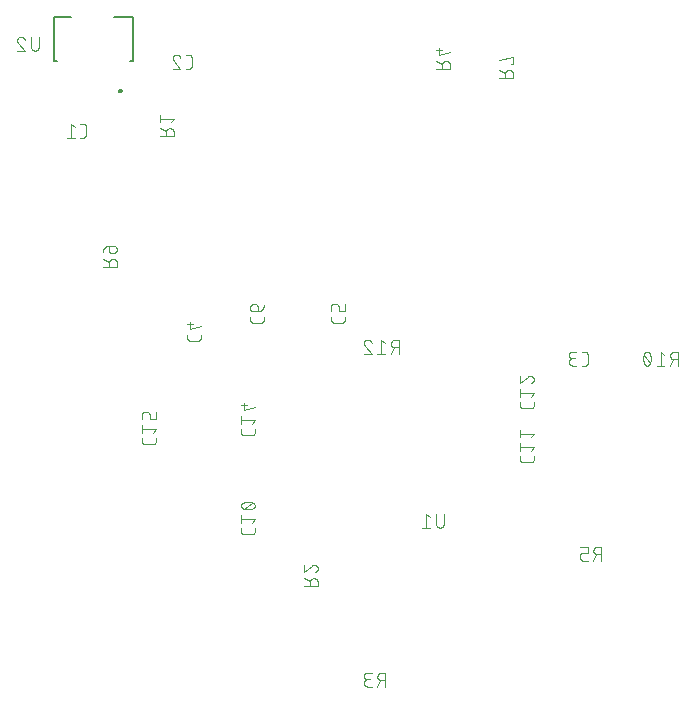
<source format=gbr>
G04 EAGLE Gerber RS-274X export*
G75*
%MOMM*%
%FSLAX34Y34*%
%LPD*%
%INSilkscreen Bottom*%
%IPPOS*%
%AMOC8*
5,1,8,0,0,1.08239X$1,22.5*%
G01*
%ADD10C,0.101600*%
%ADD11C,0.127000*%
%ADD12C,0.200000*%


D10*
X224028Y384876D02*
X224028Y382279D01*
X224030Y382180D01*
X224036Y382080D01*
X224045Y381981D01*
X224058Y381883D01*
X224075Y381785D01*
X224096Y381687D01*
X224121Y381591D01*
X224149Y381496D01*
X224181Y381402D01*
X224216Y381309D01*
X224255Y381217D01*
X224298Y381127D01*
X224343Y381039D01*
X224393Y380952D01*
X224445Y380868D01*
X224501Y380785D01*
X224559Y380705D01*
X224621Y380627D01*
X224686Y380552D01*
X224754Y380479D01*
X224824Y380409D01*
X224897Y380341D01*
X224972Y380276D01*
X225050Y380214D01*
X225130Y380156D01*
X225213Y380100D01*
X225297Y380048D01*
X225384Y379998D01*
X225472Y379953D01*
X225562Y379910D01*
X225654Y379871D01*
X225747Y379836D01*
X225841Y379804D01*
X225936Y379776D01*
X226032Y379751D01*
X226130Y379730D01*
X226228Y379713D01*
X226326Y379700D01*
X226425Y379691D01*
X226525Y379685D01*
X226624Y379683D01*
X233116Y379683D01*
X233215Y379685D01*
X233315Y379691D01*
X233414Y379700D01*
X233512Y379713D01*
X233610Y379730D01*
X233708Y379751D01*
X233804Y379776D01*
X233899Y379804D01*
X233993Y379836D01*
X234086Y379871D01*
X234178Y379910D01*
X234268Y379953D01*
X234356Y379998D01*
X234443Y380048D01*
X234527Y380100D01*
X234610Y380156D01*
X234690Y380214D01*
X234768Y380276D01*
X234843Y380341D01*
X234916Y380409D01*
X234986Y380479D01*
X235054Y380552D01*
X235119Y380627D01*
X235181Y380705D01*
X235239Y380785D01*
X235295Y380868D01*
X235347Y380952D01*
X235397Y381039D01*
X235442Y381127D01*
X235485Y381217D01*
X235524Y381309D01*
X235559Y381401D01*
X235591Y381496D01*
X235619Y381591D01*
X235644Y381687D01*
X235665Y381785D01*
X235682Y381883D01*
X235695Y381981D01*
X235704Y382080D01*
X235710Y382180D01*
X235712Y382279D01*
X235712Y384876D01*
X230519Y389241D02*
X230519Y393136D01*
X230517Y393235D01*
X230511Y393335D01*
X230502Y393434D01*
X230489Y393532D01*
X230472Y393630D01*
X230451Y393728D01*
X230426Y393824D01*
X230398Y393919D01*
X230366Y394013D01*
X230331Y394106D01*
X230292Y394198D01*
X230249Y394288D01*
X230204Y394376D01*
X230154Y394463D01*
X230102Y394547D01*
X230046Y394630D01*
X229988Y394710D01*
X229926Y394788D01*
X229861Y394863D01*
X229793Y394936D01*
X229723Y395006D01*
X229650Y395074D01*
X229575Y395139D01*
X229497Y395201D01*
X229417Y395259D01*
X229334Y395315D01*
X229250Y395367D01*
X229163Y395417D01*
X229075Y395462D01*
X228985Y395505D01*
X228893Y395544D01*
X228800Y395579D01*
X228706Y395611D01*
X228611Y395639D01*
X228515Y395664D01*
X228417Y395685D01*
X228319Y395702D01*
X228221Y395715D01*
X228122Y395724D01*
X228022Y395730D01*
X227923Y395732D01*
X227274Y395732D01*
X227161Y395730D01*
X227048Y395724D01*
X226935Y395714D01*
X226822Y395700D01*
X226710Y395683D01*
X226599Y395661D01*
X226489Y395636D01*
X226379Y395606D01*
X226271Y395573D01*
X226164Y395536D01*
X226058Y395496D01*
X225954Y395451D01*
X225851Y395403D01*
X225750Y395352D01*
X225651Y395297D01*
X225554Y395239D01*
X225459Y395177D01*
X225366Y395112D01*
X225276Y395044D01*
X225188Y394973D01*
X225102Y394898D01*
X225019Y394821D01*
X224939Y394741D01*
X224862Y394658D01*
X224787Y394572D01*
X224716Y394484D01*
X224648Y394394D01*
X224583Y394301D01*
X224521Y394206D01*
X224463Y394109D01*
X224408Y394010D01*
X224357Y393909D01*
X224309Y393806D01*
X224264Y393702D01*
X224224Y393596D01*
X224187Y393489D01*
X224154Y393381D01*
X224124Y393271D01*
X224099Y393161D01*
X224077Y393050D01*
X224060Y392938D01*
X224046Y392825D01*
X224036Y392712D01*
X224030Y392599D01*
X224028Y392486D01*
X224030Y392373D01*
X224036Y392260D01*
X224046Y392147D01*
X224060Y392034D01*
X224077Y391922D01*
X224099Y391811D01*
X224124Y391701D01*
X224154Y391591D01*
X224187Y391483D01*
X224224Y391376D01*
X224264Y391270D01*
X224309Y391166D01*
X224357Y391063D01*
X224408Y390962D01*
X224463Y390863D01*
X224521Y390766D01*
X224583Y390671D01*
X224648Y390578D01*
X224716Y390488D01*
X224787Y390400D01*
X224862Y390314D01*
X224939Y390231D01*
X225019Y390151D01*
X225102Y390074D01*
X225188Y389999D01*
X225276Y389928D01*
X225366Y389860D01*
X225459Y389795D01*
X225554Y389733D01*
X225651Y389675D01*
X225750Y389620D01*
X225851Y389569D01*
X225954Y389521D01*
X226058Y389476D01*
X226164Y389436D01*
X226271Y389399D01*
X226379Y389366D01*
X226489Y389336D01*
X226599Y389311D01*
X226710Y389289D01*
X226822Y389272D01*
X226935Y389258D01*
X227048Y389248D01*
X227161Y389242D01*
X227274Y389240D01*
X227274Y389241D02*
X230519Y389241D01*
X230662Y389243D01*
X230805Y389249D01*
X230948Y389259D01*
X231090Y389273D01*
X231232Y389290D01*
X231374Y389312D01*
X231515Y389337D01*
X231655Y389367D01*
X231794Y389400D01*
X231932Y389437D01*
X232069Y389478D01*
X232205Y389522D01*
X232340Y389571D01*
X232473Y389623D01*
X232605Y389678D01*
X232735Y389738D01*
X232864Y389801D01*
X232991Y389867D01*
X233115Y389937D01*
X233238Y390010D01*
X233359Y390087D01*
X233478Y390167D01*
X233594Y390250D01*
X233709Y390336D01*
X233820Y390425D01*
X233930Y390518D01*
X234036Y390613D01*
X234140Y390712D01*
X234241Y390813D01*
X234340Y390917D01*
X234435Y391023D01*
X234528Y391133D01*
X234617Y391244D01*
X234703Y391359D01*
X234786Y391475D01*
X234866Y391594D01*
X234943Y391715D01*
X235016Y391837D01*
X235086Y391962D01*
X235152Y392089D01*
X235215Y392218D01*
X235275Y392348D01*
X235330Y392480D01*
X235382Y392613D01*
X235431Y392748D01*
X235475Y392884D01*
X235516Y393021D01*
X235553Y393159D01*
X235586Y393298D01*
X235616Y393438D01*
X235641Y393579D01*
X235663Y393721D01*
X235680Y393863D01*
X235694Y394005D01*
X235704Y394148D01*
X235710Y394291D01*
X235712Y394434D01*
X292608Y384876D02*
X292608Y382279D01*
X292610Y382180D01*
X292616Y382080D01*
X292625Y381981D01*
X292638Y381883D01*
X292655Y381785D01*
X292676Y381687D01*
X292701Y381591D01*
X292729Y381496D01*
X292761Y381402D01*
X292796Y381309D01*
X292835Y381217D01*
X292878Y381127D01*
X292923Y381039D01*
X292973Y380952D01*
X293025Y380868D01*
X293081Y380785D01*
X293139Y380705D01*
X293201Y380627D01*
X293266Y380552D01*
X293334Y380479D01*
X293404Y380409D01*
X293477Y380341D01*
X293552Y380276D01*
X293630Y380214D01*
X293710Y380156D01*
X293793Y380100D01*
X293877Y380048D01*
X293964Y379998D01*
X294052Y379953D01*
X294142Y379910D01*
X294234Y379871D01*
X294327Y379836D01*
X294421Y379804D01*
X294516Y379776D01*
X294612Y379751D01*
X294710Y379730D01*
X294808Y379713D01*
X294906Y379700D01*
X295005Y379691D01*
X295105Y379685D01*
X295204Y379683D01*
X301696Y379683D01*
X301795Y379685D01*
X301895Y379691D01*
X301994Y379700D01*
X302092Y379713D01*
X302190Y379730D01*
X302288Y379751D01*
X302384Y379776D01*
X302479Y379804D01*
X302573Y379836D01*
X302666Y379871D01*
X302758Y379910D01*
X302848Y379953D01*
X302936Y379998D01*
X303023Y380048D01*
X303107Y380100D01*
X303190Y380156D01*
X303270Y380214D01*
X303348Y380276D01*
X303423Y380341D01*
X303496Y380409D01*
X303566Y380479D01*
X303634Y380552D01*
X303699Y380627D01*
X303761Y380705D01*
X303819Y380785D01*
X303875Y380868D01*
X303927Y380952D01*
X303977Y381039D01*
X304022Y381127D01*
X304065Y381217D01*
X304104Y381309D01*
X304139Y381401D01*
X304171Y381496D01*
X304199Y381591D01*
X304224Y381687D01*
X304245Y381785D01*
X304262Y381883D01*
X304275Y381981D01*
X304284Y382080D01*
X304290Y382180D01*
X304292Y382279D01*
X304292Y384876D01*
X292608Y389241D02*
X292608Y393136D01*
X292610Y393235D01*
X292616Y393335D01*
X292625Y393434D01*
X292638Y393532D01*
X292655Y393630D01*
X292676Y393728D01*
X292701Y393824D01*
X292729Y393919D01*
X292761Y394013D01*
X292796Y394106D01*
X292835Y394198D01*
X292878Y394288D01*
X292923Y394376D01*
X292973Y394463D01*
X293025Y394547D01*
X293081Y394630D01*
X293139Y394710D01*
X293201Y394788D01*
X293266Y394863D01*
X293334Y394936D01*
X293404Y395006D01*
X293477Y395074D01*
X293552Y395139D01*
X293630Y395201D01*
X293710Y395259D01*
X293793Y395315D01*
X293877Y395367D01*
X293964Y395417D01*
X294052Y395462D01*
X294142Y395505D01*
X294234Y395544D01*
X294327Y395579D01*
X294421Y395611D01*
X294516Y395639D01*
X294612Y395664D01*
X294710Y395685D01*
X294808Y395702D01*
X294906Y395715D01*
X295005Y395724D01*
X295105Y395730D01*
X295204Y395732D01*
X296503Y395732D01*
X296602Y395730D01*
X296702Y395724D01*
X296801Y395715D01*
X296899Y395702D01*
X296997Y395685D01*
X297095Y395664D01*
X297191Y395639D01*
X297286Y395611D01*
X297380Y395579D01*
X297473Y395544D01*
X297565Y395505D01*
X297655Y395462D01*
X297743Y395417D01*
X297830Y395367D01*
X297914Y395315D01*
X297997Y395259D01*
X298077Y395201D01*
X298155Y395139D01*
X298230Y395074D01*
X298303Y395006D01*
X298373Y394936D01*
X298441Y394863D01*
X298506Y394788D01*
X298568Y394710D01*
X298626Y394630D01*
X298682Y394547D01*
X298734Y394463D01*
X298784Y394376D01*
X298829Y394288D01*
X298872Y394198D01*
X298911Y394106D01*
X298946Y394013D01*
X298978Y393919D01*
X299006Y393824D01*
X299031Y393728D01*
X299052Y393630D01*
X299069Y393532D01*
X299082Y393434D01*
X299091Y393335D01*
X299097Y393235D01*
X299099Y393136D01*
X299099Y389241D01*
X304292Y389241D01*
X304292Y395732D01*
X170688Y369636D02*
X170688Y367039D01*
X170690Y366940D01*
X170696Y366840D01*
X170705Y366741D01*
X170718Y366643D01*
X170735Y366545D01*
X170756Y366447D01*
X170781Y366351D01*
X170809Y366256D01*
X170841Y366162D01*
X170876Y366069D01*
X170915Y365977D01*
X170958Y365887D01*
X171003Y365799D01*
X171053Y365712D01*
X171105Y365628D01*
X171161Y365545D01*
X171219Y365465D01*
X171281Y365387D01*
X171346Y365312D01*
X171414Y365239D01*
X171484Y365169D01*
X171557Y365101D01*
X171632Y365036D01*
X171710Y364974D01*
X171790Y364916D01*
X171873Y364860D01*
X171957Y364808D01*
X172044Y364758D01*
X172132Y364713D01*
X172222Y364670D01*
X172314Y364631D01*
X172407Y364596D01*
X172501Y364564D01*
X172596Y364536D01*
X172692Y364511D01*
X172790Y364490D01*
X172888Y364473D01*
X172986Y364460D01*
X173085Y364451D01*
X173185Y364445D01*
X173284Y364443D01*
X179776Y364443D01*
X179875Y364445D01*
X179975Y364451D01*
X180074Y364460D01*
X180172Y364473D01*
X180270Y364490D01*
X180368Y364511D01*
X180464Y364536D01*
X180559Y364564D01*
X180653Y364596D01*
X180746Y364631D01*
X180838Y364670D01*
X180928Y364713D01*
X181016Y364758D01*
X181103Y364808D01*
X181187Y364860D01*
X181270Y364916D01*
X181350Y364974D01*
X181428Y365036D01*
X181503Y365101D01*
X181576Y365169D01*
X181646Y365239D01*
X181714Y365312D01*
X181779Y365387D01*
X181841Y365465D01*
X181899Y365545D01*
X181955Y365628D01*
X182007Y365712D01*
X182057Y365799D01*
X182102Y365887D01*
X182145Y365977D01*
X182184Y366069D01*
X182219Y366161D01*
X182251Y366256D01*
X182279Y366351D01*
X182304Y366447D01*
X182325Y366545D01*
X182342Y366643D01*
X182355Y366741D01*
X182364Y366840D01*
X182370Y366940D01*
X182372Y367039D01*
X182372Y369636D01*
X182372Y376597D02*
X173284Y374001D01*
X173284Y380492D01*
X175881Y378545D02*
X170688Y378545D01*
X132588Y282006D02*
X132588Y279409D01*
X132590Y279310D01*
X132596Y279210D01*
X132605Y279111D01*
X132618Y279013D01*
X132635Y278915D01*
X132656Y278817D01*
X132681Y278721D01*
X132709Y278626D01*
X132741Y278532D01*
X132776Y278439D01*
X132815Y278347D01*
X132858Y278257D01*
X132903Y278169D01*
X132953Y278082D01*
X133005Y277998D01*
X133061Y277915D01*
X133119Y277835D01*
X133181Y277757D01*
X133246Y277682D01*
X133314Y277609D01*
X133384Y277539D01*
X133457Y277471D01*
X133532Y277406D01*
X133610Y277344D01*
X133690Y277286D01*
X133773Y277230D01*
X133857Y277178D01*
X133944Y277128D01*
X134032Y277083D01*
X134122Y277040D01*
X134214Y277001D01*
X134307Y276966D01*
X134401Y276934D01*
X134496Y276906D01*
X134592Y276881D01*
X134690Y276860D01*
X134788Y276843D01*
X134886Y276830D01*
X134985Y276821D01*
X135085Y276815D01*
X135184Y276813D01*
X141676Y276813D01*
X141775Y276815D01*
X141875Y276821D01*
X141974Y276830D01*
X142072Y276843D01*
X142170Y276860D01*
X142268Y276881D01*
X142364Y276906D01*
X142459Y276934D01*
X142553Y276966D01*
X142646Y277001D01*
X142738Y277040D01*
X142828Y277083D01*
X142916Y277128D01*
X143003Y277178D01*
X143087Y277230D01*
X143170Y277286D01*
X143250Y277344D01*
X143328Y277406D01*
X143403Y277471D01*
X143476Y277539D01*
X143546Y277609D01*
X143614Y277682D01*
X143679Y277757D01*
X143741Y277835D01*
X143799Y277915D01*
X143855Y277998D01*
X143907Y278082D01*
X143957Y278169D01*
X144002Y278257D01*
X144045Y278347D01*
X144084Y278439D01*
X144119Y278531D01*
X144151Y278626D01*
X144179Y278721D01*
X144204Y278817D01*
X144225Y278915D01*
X144242Y279013D01*
X144255Y279111D01*
X144264Y279210D01*
X144270Y279310D01*
X144272Y279409D01*
X144272Y282006D01*
X141676Y286371D02*
X144272Y289616D01*
X132588Y289616D01*
X132588Y286371D02*
X132588Y292862D01*
X132588Y297801D02*
X132588Y301696D01*
X132590Y301795D01*
X132596Y301895D01*
X132605Y301994D01*
X132618Y302092D01*
X132635Y302190D01*
X132656Y302288D01*
X132681Y302384D01*
X132709Y302479D01*
X132741Y302573D01*
X132776Y302666D01*
X132815Y302758D01*
X132858Y302848D01*
X132903Y302936D01*
X132953Y303023D01*
X133005Y303107D01*
X133061Y303190D01*
X133119Y303270D01*
X133181Y303348D01*
X133246Y303423D01*
X133314Y303496D01*
X133384Y303566D01*
X133457Y303634D01*
X133532Y303699D01*
X133610Y303761D01*
X133690Y303819D01*
X133773Y303875D01*
X133857Y303927D01*
X133944Y303977D01*
X134032Y304022D01*
X134122Y304065D01*
X134214Y304104D01*
X134307Y304139D01*
X134401Y304171D01*
X134496Y304199D01*
X134592Y304224D01*
X134690Y304245D01*
X134788Y304262D01*
X134886Y304275D01*
X134985Y304284D01*
X135085Y304290D01*
X135184Y304292D01*
X136483Y304292D01*
X136582Y304290D01*
X136682Y304284D01*
X136781Y304275D01*
X136879Y304262D01*
X136977Y304245D01*
X137075Y304224D01*
X137171Y304199D01*
X137266Y304171D01*
X137360Y304139D01*
X137453Y304104D01*
X137545Y304065D01*
X137635Y304022D01*
X137723Y303977D01*
X137810Y303927D01*
X137894Y303875D01*
X137977Y303819D01*
X138057Y303761D01*
X138135Y303699D01*
X138210Y303634D01*
X138283Y303566D01*
X138353Y303496D01*
X138421Y303423D01*
X138486Y303348D01*
X138548Y303270D01*
X138606Y303190D01*
X138662Y303107D01*
X138714Y303023D01*
X138764Y302936D01*
X138809Y302848D01*
X138852Y302758D01*
X138891Y302666D01*
X138926Y302573D01*
X138958Y302479D01*
X138986Y302384D01*
X139011Y302288D01*
X139032Y302190D01*
X139049Y302092D01*
X139062Y301994D01*
X139071Y301895D01*
X139077Y301795D01*
X139079Y301696D01*
X139079Y297801D01*
X144272Y297801D01*
X144272Y304292D01*
X216408Y289626D02*
X216408Y287029D01*
X216410Y286930D01*
X216416Y286830D01*
X216425Y286731D01*
X216438Y286633D01*
X216455Y286535D01*
X216476Y286437D01*
X216501Y286341D01*
X216529Y286246D01*
X216561Y286152D01*
X216596Y286059D01*
X216635Y285967D01*
X216678Y285877D01*
X216723Y285789D01*
X216773Y285702D01*
X216825Y285618D01*
X216881Y285535D01*
X216939Y285455D01*
X217001Y285377D01*
X217066Y285302D01*
X217134Y285229D01*
X217204Y285159D01*
X217277Y285091D01*
X217352Y285026D01*
X217430Y284964D01*
X217510Y284906D01*
X217593Y284850D01*
X217677Y284798D01*
X217764Y284748D01*
X217852Y284703D01*
X217942Y284660D01*
X218034Y284621D01*
X218127Y284586D01*
X218221Y284554D01*
X218316Y284526D01*
X218412Y284501D01*
X218510Y284480D01*
X218608Y284463D01*
X218706Y284450D01*
X218805Y284441D01*
X218905Y284435D01*
X219004Y284433D01*
X225496Y284433D01*
X225595Y284435D01*
X225695Y284441D01*
X225794Y284450D01*
X225892Y284463D01*
X225990Y284480D01*
X226088Y284501D01*
X226184Y284526D01*
X226279Y284554D01*
X226373Y284586D01*
X226466Y284621D01*
X226558Y284660D01*
X226648Y284703D01*
X226736Y284748D01*
X226823Y284798D01*
X226907Y284850D01*
X226990Y284906D01*
X227070Y284964D01*
X227148Y285026D01*
X227223Y285091D01*
X227296Y285159D01*
X227366Y285229D01*
X227434Y285302D01*
X227499Y285377D01*
X227561Y285455D01*
X227619Y285535D01*
X227675Y285618D01*
X227727Y285702D01*
X227777Y285789D01*
X227822Y285877D01*
X227865Y285967D01*
X227904Y286059D01*
X227939Y286151D01*
X227971Y286246D01*
X227999Y286341D01*
X228024Y286437D01*
X228045Y286535D01*
X228062Y286633D01*
X228075Y286731D01*
X228084Y286830D01*
X228090Y286930D01*
X228092Y287029D01*
X228092Y289626D01*
X225496Y293991D02*
X228092Y297236D01*
X216408Y297236D01*
X216408Y293991D02*
X216408Y300482D01*
X219004Y305421D02*
X228092Y308017D01*
X219004Y305421D02*
X219004Y311912D01*
X221601Y309965D02*
X216408Y309965D01*
X349825Y353568D02*
X349825Y365252D01*
X346580Y365252D01*
X346467Y365250D01*
X346354Y365244D01*
X346241Y365234D01*
X346128Y365220D01*
X346016Y365203D01*
X345905Y365181D01*
X345795Y365156D01*
X345685Y365126D01*
X345577Y365093D01*
X345470Y365056D01*
X345364Y365016D01*
X345260Y364971D01*
X345157Y364923D01*
X345056Y364872D01*
X344957Y364817D01*
X344860Y364759D01*
X344765Y364697D01*
X344672Y364632D01*
X344582Y364564D01*
X344494Y364493D01*
X344408Y364418D01*
X344325Y364341D01*
X344245Y364261D01*
X344168Y364178D01*
X344093Y364092D01*
X344022Y364004D01*
X343954Y363914D01*
X343889Y363821D01*
X343827Y363726D01*
X343769Y363629D01*
X343714Y363530D01*
X343663Y363429D01*
X343615Y363326D01*
X343570Y363222D01*
X343530Y363116D01*
X343493Y363009D01*
X343460Y362901D01*
X343430Y362791D01*
X343405Y362681D01*
X343383Y362570D01*
X343366Y362458D01*
X343352Y362345D01*
X343342Y362232D01*
X343336Y362119D01*
X343334Y362006D01*
X343336Y361893D01*
X343342Y361780D01*
X343352Y361667D01*
X343366Y361554D01*
X343383Y361442D01*
X343405Y361331D01*
X343430Y361221D01*
X343460Y361111D01*
X343493Y361003D01*
X343530Y360896D01*
X343570Y360790D01*
X343615Y360686D01*
X343663Y360583D01*
X343714Y360482D01*
X343769Y360383D01*
X343827Y360286D01*
X343889Y360191D01*
X343954Y360098D01*
X344022Y360008D01*
X344093Y359920D01*
X344168Y359834D01*
X344245Y359751D01*
X344325Y359671D01*
X344408Y359594D01*
X344494Y359519D01*
X344582Y359448D01*
X344672Y359380D01*
X344765Y359315D01*
X344860Y359253D01*
X344957Y359195D01*
X345056Y359140D01*
X345157Y359089D01*
X345260Y359041D01*
X345364Y358996D01*
X345470Y358956D01*
X345577Y358919D01*
X345685Y358886D01*
X345795Y358856D01*
X345905Y358831D01*
X346016Y358809D01*
X346128Y358792D01*
X346241Y358778D01*
X346354Y358768D01*
X346467Y358762D01*
X346580Y358760D01*
X346580Y358761D02*
X349825Y358761D01*
X345931Y358761D02*
X343334Y353568D01*
X338469Y362656D02*
X335224Y365252D01*
X335224Y353568D01*
X338469Y353568D02*
X331978Y353568D01*
X320548Y362331D02*
X320550Y362438D01*
X320556Y362544D01*
X320566Y362650D01*
X320579Y362756D01*
X320597Y362862D01*
X320618Y362966D01*
X320643Y363070D01*
X320672Y363173D01*
X320704Y363274D01*
X320741Y363374D01*
X320781Y363473D01*
X320824Y363571D01*
X320871Y363667D01*
X320922Y363761D01*
X320976Y363853D01*
X321033Y363943D01*
X321093Y364031D01*
X321157Y364116D01*
X321224Y364199D01*
X321294Y364280D01*
X321366Y364358D01*
X321442Y364434D01*
X321520Y364506D01*
X321601Y364576D01*
X321684Y364643D01*
X321769Y364707D01*
X321857Y364767D01*
X321947Y364824D01*
X322039Y364878D01*
X322133Y364929D01*
X322229Y364976D01*
X322327Y365019D01*
X322426Y365059D01*
X322526Y365096D01*
X322627Y365128D01*
X322730Y365157D01*
X322834Y365182D01*
X322938Y365203D01*
X323044Y365221D01*
X323150Y365234D01*
X323256Y365244D01*
X323362Y365250D01*
X323469Y365252D01*
X323590Y365250D01*
X323711Y365244D01*
X323831Y365234D01*
X323952Y365221D01*
X324071Y365203D01*
X324191Y365182D01*
X324309Y365157D01*
X324426Y365128D01*
X324543Y365095D01*
X324658Y365059D01*
X324772Y365018D01*
X324885Y364975D01*
X324997Y364927D01*
X325106Y364876D01*
X325214Y364821D01*
X325321Y364763D01*
X325425Y364702D01*
X325527Y364637D01*
X325627Y364569D01*
X325725Y364498D01*
X325821Y364424D01*
X325914Y364347D01*
X326004Y364266D01*
X326092Y364183D01*
X326177Y364097D01*
X326260Y364008D01*
X326339Y363917D01*
X326416Y363823D01*
X326489Y363727D01*
X326559Y363629D01*
X326626Y363528D01*
X326690Y363425D01*
X326751Y363320D01*
X326808Y363213D01*
X326861Y363105D01*
X326911Y362995D01*
X326957Y362883D01*
X327000Y362770D01*
X327039Y362655D01*
X321522Y360059D02*
X321443Y360137D01*
X321367Y360217D01*
X321294Y360300D01*
X321224Y360386D01*
X321157Y360473D01*
X321093Y360564D01*
X321033Y360656D01*
X320975Y360750D01*
X320921Y360847D01*
X320871Y360945D01*
X320824Y361045D01*
X320780Y361146D01*
X320740Y361249D01*
X320704Y361354D01*
X320672Y361459D01*
X320643Y361566D01*
X320618Y361673D01*
X320596Y361782D01*
X320579Y361891D01*
X320565Y362000D01*
X320556Y362110D01*
X320550Y362221D01*
X320548Y362331D01*
X321522Y360059D02*
X327039Y353568D01*
X320548Y353568D01*
X172156Y594868D02*
X169559Y594868D01*
X172156Y594868D02*
X172255Y594870D01*
X172355Y594876D01*
X172454Y594885D01*
X172552Y594898D01*
X172650Y594915D01*
X172748Y594936D01*
X172844Y594961D01*
X172939Y594989D01*
X173033Y595021D01*
X173126Y595056D01*
X173218Y595095D01*
X173308Y595138D01*
X173396Y595183D01*
X173483Y595233D01*
X173567Y595285D01*
X173650Y595341D01*
X173730Y595399D01*
X173808Y595461D01*
X173883Y595526D01*
X173956Y595594D01*
X174026Y595664D01*
X174094Y595737D01*
X174159Y595812D01*
X174221Y595890D01*
X174279Y595970D01*
X174335Y596053D01*
X174387Y596137D01*
X174437Y596224D01*
X174482Y596312D01*
X174525Y596402D01*
X174564Y596494D01*
X174599Y596587D01*
X174631Y596681D01*
X174659Y596776D01*
X174684Y596872D01*
X174705Y596970D01*
X174722Y597068D01*
X174735Y597166D01*
X174744Y597265D01*
X174750Y597365D01*
X174752Y597464D01*
X174752Y603956D01*
X174750Y604055D01*
X174744Y604155D01*
X174735Y604254D01*
X174722Y604352D01*
X174705Y604450D01*
X174684Y604548D01*
X174659Y604644D01*
X174631Y604739D01*
X174599Y604833D01*
X174564Y604926D01*
X174525Y605018D01*
X174482Y605108D01*
X174437Y605196D01*
X174387Y605283D01*
X174335Y605367D01*
X174279Y605450D01*
X174221Y605530D01*
X174159Y605608D01*
X174094Y605683D01*
X174026Y605756D01*
X173956Y605826D01*
X173883Y605894D01*
X173808Y605959D01*
X173730Y606021D01*
X173650Y606079D01*
X173567Y606135D01*
X173483Y606187D01*
X173396Y606237D01*
X173308Y606282D01*
X173218Y606325D01*
X173126Y606364D01*
X173033Y606399D01*
X172939Y606431D01*
X172844Y606459D01*
X172748Y606484D01*
X172650Y606505D01*
X172552Y606522D01*
X172454Y606535D01*
X172355Y606544D01*
X172255Y606550D01*
X172156Y606552D01*
X169559Y606552D01*
X161624Y606552D02*
X161517Y606550D01*
X161411Y606544D01*
X161305Y606534D01*
X161199Y606521D01*
X161093Y606503D01*
X160989Y606482D01*
X160885Y606457D01*
X160782Y606428D01*
X160681Y606396D01*
X160581Y606359D01*
X160482Y606319D01*
X160384Y606276D01*
X160288Y606229D01*
X160194Y606178D01*
X160102Y606124D01*
X160012Y606067D01*
X159924Y606007D01*
X159839Y605943D01*
X159756Y605876D01*
X159675Y605806D01*
X159597Y605734D01*
X159521Y605658D01*
X159449Y605580D01*
X159379Y605499D01*
X159312Y605416D01*
X159248Y605331D01*
X159188Y605243D01*
X159131Y605153D01*
X159077Y605061D01*
X159026Y604967D01*
X158979Y604871D01*
X158936Y604773D01*
X158896Y604674D01*
X158859Y604574D01*
X158827Y604473D01*
X158798Y604370D01*
X158773Y604266D01*
X158752Y604162D01*
X158734Y604056D01*
X158721Y603950D01*
X158711Y603844D01*
X158705Y603738D01*
X158703Y603631D01*
X161624Y606552D02*
X161745Y606550D01*
X161866Y606544D01*
X161986Y606534D01*
X162107Y606521D01*
X162226Y606503D01*
X162346Y606482D01*
X162464Y606457D01*
X162581Y606428D01*
X162698Y606395D01*
X162813Y606359D01*
X162927Y606318D01*
X163040Y606275D01*
X163152Y606227D01*
X163261Y606176D01*
X163369Y606121D01*
X163476Y606063D01*
X163580Y606002D01*
X163682Y605937D01*
X163782Y605869D01*
X163880Y605798D01*
X163976Y605724D01*
X164069Y605647D01*
X164159Y605566D01*
X164247Y605483D01*
X164332Y605397D01*
X164415Y605308D01*
X164494Y605217D01*
X164571Y605123D01*
X164644Y605027D01*
X164714Y604929D01*
X164781Y604828D01*
X164845Y604725D01*
X164906Y604620D01*
X164963Y604513D01*
X165016Y604405D01*
X165066Y604295D01*
X165112Y604183D01*
X165155Y604070D01*
X165194Y603955D01*
X159677Y601359D02*
X159598Y601437D01*
X159522Y601517D01*
X159449Y601600D01*
X159379Y601686D01*
X159312Y601773D01*
X159248Y601864D01*
X159188Y601956D01*
X159130Y602050D01*
X159076Y602147D01*
X159026Y602245D01*
X158979Y602345D01*
X158935Y602446D01*
X158895Y602549D01*
X158859Y602654D01*
X158827Y602759D01*
X158798Y602866D01*
X158773Y602973D01*
X158751Y603082D01*
X158734Y603191D01*
X158720Y603300D01*
X158711Y603410D01*
X158705Y603521D01*
X158703Y603631D01*
X159676Y601359D02*
X165194Y594868D01*
X158703Y594868D01*
X159512Y537905D02*
X147828Y537905D01*
X159512Y537905D02*
X159512Y541150D01*
X159510Y541263D01*
X159504Y541376D01*
X159494Y541489D01*
X159480Y541602D01*
X159463Y541714D01*
X159441Y541825D01*
X159416Y541935D01*
X159386Y542045D01*
X159353Y542153D01*
X159316Y542260D01*
X159276Y542366D01*
X159231Y542470D01*
X159183Y542573D01*
X159132Y542674D01*
X159077Y542773D01*
X159019Y542870D01*
X158957Y542965D01*
X158892Y543058D01*
X158824Y543148D01*
X158753Y543236D01*
X158678Y543322D01*
X158601Y543405D01*
X158521Y543485D01*
X158438Y543562D01*
X158352Y543637D01*
X158264Y543708D01*
X158174Y543776D01*
X158081Y543841D01*
X157986Y543903D01*
X157889Y543961D01*
X157790Y544016D01*
X157689Y544067D01*
X157586Y544115D01*
X157482Y544160D01*
X157376Y544200D01*
X157269Y544237D01*
X157161Y544270D01*
X157051Y544300D01*
X156941Y544325D01*
X156830Y544347D01*
X156718Y544364D01*
X156605Y544378D01*
X156492Y544388D01*
X156379Y544394D01*
X156266Y544396D01*
X156153Y544394D01*
X156040Y544388D01*
X155927Y544378D01*
X155814Y544364D01*
X155702Y544347D01*
X155591Y544325D01*
X155481Y544300D01*
X155371Y544270D01*
X155263Y544237D01*
X155156Y544200D01*
X155050Y544160D01*
X154946Y544115D01*
X154843Y544067D01*
X154742Y544016D01*
X154643Y543961D01*
X154546Y543903D01*
X154451Y543841D01*
X154358Y543776D01*
X154268Y543708D01*
X154180Y543637D01*
X154094Y543562D01*
X154011Y543485D01*
X153931Y543405D01*
X153854Y543322D01*
X153779Y543236D01*
X153708Y543148D01*
X153640Y543058D01*
X153575Y542965D01*
X153513Y542870D01*
X153455Y542773D01*
X153400Y542674D01*
X153349Y542573D01*
X153301Y542470D01*
X153256Y542366D01*
X153216Y542260D01*
X153179Y542153D01*
X153146Y542045D01*
X153116Y541935D01*
X153091Y541825D01*
X153069Y541714D01*
X153052Y541602D01*
X153038Y541489D01*
X153028Y541376D01*
X153022Y541263D01*
X153020Y541150D01*
X153021Y541150D02*
X153021Y537905D01*
X153021Y541799D02*
X147828Y544396D01*
X156916Y549261D02*
X159512Y552506D01*
X147828Y552506D01*
X147828Y549261D02*
X147828Y555752D01*
X82541Y536448D02*
X79944Y536448D01*
X82541Y536448D02*
X82640Y536450D01*
X82740Y536456D01*
X82839Y536465D01*
X82937Y536478D01*
X83035Y536495D01*
X83133Y536516D01*
X83229Y536541D01*
X83324Y536569D01*
X83418Y536601D01*
X83511Y536636D01*
X83603Y536675D01*
X83693Y536718D01*
X83781Y536763D01*
X83868Y536813D01*
X83952Y536865D01*
X84035Y536921D01*
X84115Y536979D01*
X84193Y537041D01*
X84268Y537106D01*
X84341Y537174D01*
X84411Y537244D01*
X84479Y537317D01*
X84544Y537392D01*
X84606Y537470D01*
X84664Y537550D01*
X84720Y537633D01*
X84772Y537717D01*
X84822Y537804D01*
X84867Y537892D01*
X84910Y537982D01*
X84949Y538074D01*
X84984Y538167D01*
X85016Y538261D01*
X85044Y538356D01*
X85069Y538452D01*
X85090Y538550D01*
X85107Y538648D01*
X85120Y538746D01*
X85129Y538845D01*
X85135Y538945D01*
X85137Y539044D01*
X85137Y545536D01*
X85135Y545635D01*
X85129Y545735D01*
X85120Y545834D01*
X85107Y545932D01*
X85090Y546030D01*
X85069Y546128D01*
X85044Y546224D01*
X85016Y546319D01*
X84984Y546413D01*
X84949Y546506D01*
X84910Y546598D01*
X84867Y546688D01*
X84822Y546776D01*
X84772Y546863D01*
X84720Y546947D01*
X84664Y547030D01*
X84606Y547110D01*
X84544Y547188D01*
X84479Y547263D01*
X84411Y547336D01*
X84341Y547406D01*
X84268Y547474D01*
X84193Y547539D01*
X84115Y547601D01*
X84035Y547659D01*
X83952Y547715D01*
X83868Y547767D01*
X83781Y547817D01*
X83693Y547862D01*
X83603Y547905D01*
X83511Y547944D01*
X83418Y547979D01*
X83324Y548011D01*
X83229Y548039D01*
X83133Y548064D01*
X83035Y548085D01*
X82937Y548102D01*
X82839Y548115D01*
X82740Y548124D01*
X82640Y548130D01*
X82541Y548132D01*
X79944Y548132D01*
X75579Y545536D02*
X72334Y548132D01*
X72334Y536448D01*
X75579Y536448D02*
X69088Y536448D01*
X381508Y594868D02*
X393192Y594868D01*
X393192Y598114D01*
X393190Y598227D01*
X393184Y598340D01*
X393174Y598453D01*
X393160Y598566D01*
X393143Y598678D01*
X393121Y598789D01*
X393096Y598899D01*
X393066Y599009D01*
X393033Y599117D01*
X392996Y599224D01*
X392956Y599330D01*
X392911Y599434D01*
X392863Y599537D01*
X392812Y599638D01*
X392757Y599737D01*
X392699Y599834D01*
X392637Y599929D01*
X392572Y600022D01*
X392504Y600112D01*
X392433Y600200D01*
X392358Y600286D01*
X392281Y600369D01*
X392201Y600449D01*
X392118Y600526D01*
X392032Y600601D01*
X391944Y600672D01*
X391854Y600740D01*
X391761Y600805D01*
X391666Y600867D01*
X391569Y600925D01*
X391470Y600980D01*
X391369Y601031D01*
X391266Y601079D01*
X391162Y601124D01*
X391056Y601164D01*
X390949Y601201D01*
X390841Y601234D01*
X390731Y601264D01*
X390621Y601289D01*
X390510Y601311D01*
X390398Y601328D01*
X390285Y601342D01*
X390172Y601352D01*
X390059Y601358D01*
X389946Y601360D01*
X389833Y601358D01*
X389720Y601352D01*
X389607Y601342D01*
X389494Y601328D01*
X389382Y601311D01*
X389271Y601289D01*
X389161Y601264D01*
X389051Y601234D01*
X388943Y601201D01*
X388836Y601164D01*
X388730Y601124D01*
X388626Y601079D01*
X388523Y601031D01*
X388422Y600980D01*
X388323Y600925D01*
X388226Y600867D01*
X388131Y600805D01*
X388038Y600740D01*
X387948Y600672D01*
X387860Y600601D01*
X387774Y600526D01*
X387691Y600449D01*
X387611Y600369D01*
X387534Y600286D01*
X387459Y600200D01*
X387388Y600112D01*
X387320Y600022D01*
X387255Y599929D01*
X387193Y599834D01*
X387135Y599737D01*
X387080Y599638D01*
X387029Y599537D01*
X386981Y599434D01*
X386936Y599330D01*
X386896Y599224D01*
X386859Y599117D01*
X386826Y599009D01*
X386796Y598899D01*
X386771Y598789D01*
X386749Y598678D01*
X386732Y598566D01*
X386718Y598453D01*
X386708Y598340D01*
X386702Y598227D01*
X386700Y598114D01*
X386701Y598114D02*
X386701Y594868D01*
X386701Y598763D02*
X381508Y601359D01*
X384104Y606224D02*
X393192Y608821D01*
X384104Y606224D02*
X384104Y612715D01*
X386701Y610768D02*
X381508Y610768D01*
X434848Y587248D02*
X446532Y587248D01*
X446532Y590494D01*
X446530Y590607D01*
X446524Y590720D01*
X446514Y590833D01*
X446500Y590946D01*
X446483Y591058D01*
X446461Y591169D01*
X446436Y591279D01*
X446406Y591389D01*
X446373Y591497D01*
X446336Y591604D01*
X446296Y591710D01*
X446251Y591814D01*
X446203Y591917D01*
X446152Y592018D01*
X446097Y592117D01*
X446039Y592214D01*
X445977Y592309D01*
X445912Y592402D01*
X445844Y592492D01*
X445773Y592580D01*
X445698Y592666D01*
X445621Y592749D01*
X445541Y592829D01*
X445458Y592906D01*
X445372Y592981D01*
X445284Y593052D01*
X445194Y593120D01*
X445101Y593185D01*
X445006Y593247D01*
X444909Y593305D01*
X444810Y593360D01*
X444709Y593411D01*
X444606Y593459D01*
X444502Y593504D01*
X444396Y593544D01*
X444289Y593581D01*
X444181Y593614D01*
X444071Y593644D01*
X443961Y593669D01*
X443850Y593691D01*
X443738Y593708D01*
X443625Y593722D01*
X443512Y593732D01*
X443399Y593738D01*
X443286Y593740D01*
X443173Y593738D01*
X443060Y593732D01*
X442947Y593722D01*
X442834Y593708D01*
X442722Y593691D01*
X442611Y593669D01*
X442501Y593644D01*
X442391Y593614D01*
X442283Y593581D01*
X442176Y593544D01*
X442070Y593504D01*
X441966Y593459D01*
X441863Y593411D01*
X441762Y593360D01*
X441663Y593305D01*
X441566Y593247D01*
X441471Y593185D01*
X441378Y593120D01*
X441288Y593052D01*
X441200Y592981D01*
X441114Y592906D01*
X441031Y592829D01*
X440951Y592749D01*
X440874Y592666D01*
X440799Y592580D01*
X440728Y592492D01*
X440660Y592402D01*
X440595Y592309D01*
X440533Y592214D01*
X440475Y592117D01*
X440420Y592018D01*
X440369Y591917D01*
X440321Y591814D01*
X440276Y591710D01*
X440236Y591604D01*
X440199Y591497D01*
X440166Y591389D01*
X440136Y591279D01*
X440111Y591169D01*
X440089Y591058D01*
X440072Y590946D01*
X440058Y590833D01*
X440048Y590720D01*
X440042Y590607D01*
X440040Y590494D01*
X440041Y590494D02*
X440041Y587248D01*
X440041Y591143D02*
X434848Y593739D01*
X445234Y598604D02*
X446532Y598604D01*
X446532Y605095D01*
X434848Y601850D01*
X111252Y427228D02*
X99568Y427228D01*
X111252Y427228D02*
X111252Y430474D01*
X111250Y430587D01*
X111244Y430700D01*
X111234Y430813D01*
X111220Y430926D01*
X111203Y431038D01*
X111181Y431149D01*
X111156Y431259D01*
X111126Y431369D01*
X111093Y431477D01*
X111056Y431584D01*
X111016Y431690D01*
X110971Y431794D01*
X110923Y431897D01*
X110872Y431998D01*
X110817Y432097D01*
X110759Y432194D01*
X110697Y432289D01*
X110632Y432382D01*
X110564Y432472D01*
X110493Y432560D01*
X110418Y432646D01*
X110341Y432729D01*
X110261Y432809D01*
X110178Y432886D01*
X110092Y432961D01*
X110004Y433032D01*
X109914Y433100D01*
X109821Y433165D01*
X109726Y433227D01*
X109629Y433285D01*
X109530Y433340D01*
X109429Y433391D01*
X109326Y433439D01*
X109222Y433484D01*
X109116Y433524D01*
X109009Y433561D01*
X108901Y433594D01*
X108791Y433624D01*
X108681Y433649D01*
X108570Y433671D01*
X108458Y433688D01*
X108345Y433702D01*
X108232Y433712D01*
X108119Y433718D01*
X108006Y433720D01*
X107893Y433718D01*
X107780Y433712D01*
X107667Y433702D01*
X107554Y433688D01*
X107442Y433671D01*
X107331Y433649D01*
X107221Y433624D01*
X107111Y433594D01*
X107003Y433561D01*
X106896Y433524D01*
X106790Y433484D01*
X106686Y433439D01*
X106583Y433391D01*
X106482Y433340D01*
X106383Y433285D01*
X106286Y433227D01*
X106191Y433165D01*
X106098Y433100D01*
X106008Y433032D01*
X105920Y432961D01*
X105834Y432886D01*
X105751Y432809D01*
X105671Y432729D01*
X105594Y432646D01*
X105519Y432560D01*
X105448Y432472D01*
X105380Y432382D01*
X105315Y432289D01*
X105253Y432194D01*
X105195Y432097D01*
X105140Y431998D01*
X105089Y431897D01*
X105041Y431794D01*
X104996Y431690D01*
X104956Y431584D01*
X104919Y431477D01*
X104886Y431369D01*
X104856Y431259D01*
X104831Y431149D01*
X104809Y431038D01*
X104792Y430926D01*
X104778Y430813D01*
X104768Y430700D01*
X104762Y430587D01*
X104760Y430474D01*
X104761Y430474D02*
X104761Y427228D01*
X104761Y431123D02*
X99568Y433719D01*
X104761Y441181D02*
X104761Y445075D01*
X104761Y441181D02*
X104763Y441082D01*
X104769Y440982D01*
X104778Y440883D01*
X104791Y440785D01*
X104808Y440687D01*
X104829Y440589D01*
X104854Y440493D01*
X104882Y440398D01*
X104914Y440304D01*
X104949Y440211D01*
X104988Y440119D01*
X105031Y440029D01*
X105076Y439941D01*
X105126Y439854D01*
X105178Y439770D01*
X105234Y439687D01*
X105292Y439607D01*
X105354Y439529D01*
X105419Y439454D01*
X105487Y439381D01*
X105557Y439311D01*
X105630Y439243D01*
X105705Y439178D01*
X105783Y439116D01*
X105863Y439058D01*
X105946Y439002D01*
X106030Y438950D01*
X106117Y438900D01*
X106205Y438855D01*
X106295Y438812D01*
X106387Y438773D01*
X106480Y438738D01*
X106574Y438706D01*
X106669Y438678D01*
X106765Y438653D01*
X106863Y438632D01*
X106961Y438615D01*
X107059Y438602D01*
X107158Y438593D01*
X107258Y438587D01*
X107357Y438585D01*
X107357Y438584D02*
X108006Y438584D01*
X108119Y438586D01*
X108232Y438592D01*
X108345Y438602D01*
X108458Y438616D01*
X108570Y438633D01*
X108681Y438655D01*
X108791Y438680D01*
X108901Y438710D01*
X109009Y438743D01*
X109116Y438780D01*
X109222Y438820D01*
X109326Y438865D01*
X109429Y438913D01*
X109530Y438964D01*
X109629Y439019D01*
X109726Y439077D01*
X109821Y439139D01*
X109914Y439204D01*
X110004Y439272D01*
X110092Y439343D01*
X110178Y439418D01*
X110261Y439495D01*
X110341Y439575D01*
X110418Y439658D01*
X110493Y439744D01*
X110564Y439832D01*
X110632Y439922D01*
X110697Y440015D01*
X110759Y440110D01*
X110817Y440207D01*
X110872Y440306D01*
X110923Y440407D01*
X110971Y440510D01*
X111016Y440614D01*
X111056Y440720D01*
X111093Y440827D01*
X111126Y440935D01*
X111156Y441045D01*
X111181Y441155D01*
X111203Y441266D01*
X111220Y441378D01*
X111234Y441491D01*
X111244Y441604D01*
X111250Y441717D01*
X111252Y441830D01*
X111250Y441943D01*
X111244Y442056D01*
X111234Y442169D01*
X111220Y442282D01*
X111203Y442394D01*
X111181Y442505D01*
X111156Y442615D01*
X111126Y442725D01*
X111093Y442833D01*
X111056Y442940D01*
X111016Y443046D01*
X110971Y443150D01*
X110923Y443253D01*
X110872Y443354D01*
X110817Y443453D01*
X110759Y443550D01*
X110697Y443645D01*
X110632Y443738D01*
X110564Y443828D01*
X110493Y443916D01*
X110418Y444002D01*
X110341Y444085D01*
X110261Y444165D01*
X110178Y444242D01*
X110092Y444317D01*
X110004Y444388D01*
X109914Y444456D01*
X109821Y444521D01*
X109726Y444583D01*
X109629Y444641D01*
X109530Y444696D01*
X109429Y444747D01*
X109326Y444795D01*
X109222Y444840D01*
X109116Y444880D01*
X109009Y444917D01*
X108901Y444950D01*
X108791Y444980D01*
X108681Y445005D01*
X108570Y445027D01*
X108458Y445044D01*
X108345Y445058D01*
X108232Y445068D01*
X108119Y445074D01*
X108006Y445076D01*
X108006Y445075D02*
X104761Y445075D01*
X104761Y445076D02*
X104618Y445074D01*
X104475Y445068D01*
X104332Y445058D01*
X104190Y445044D01*
X104048Y445027D01*
X103906Y445005D01*
X103765Y444980D01*
X103625Y444950D01*
X103486Y444917D01*
X103348Y444880D01*
X103211Y444839D01*
X103075Y444795D01*
X102940Y444746D01*
X102807Y444694D01*
X102675Y444639D01*
X102545Y444579D01*
X102416Y444516D01*
X102289Y444450D01*
X102165Y444380D01*
X102042Y444307D01*
X101921Y444230D01*
X101802Y444150D01*
X101686Y444067D01*
X101571Y443981D01*
X101460Y443892D01*
X101350Y443799D01*
X101244Y443704D01*
X101140Y443605D01*
X101039Y443504D01*
X100940Y443400D01*
X100845Y443294D01*
X100752Y443184D01*
X100663Y443073D01*
X100577Y442958D01*
X100494Y442842D01*
X100414Y442723D01*
X100337Y442602D01*
X100264Y442480D01*
X100194Y442355D01*
X100128Y442228D01*
X100065Y442099D01*
X100005Y441969D01*
X99950Y441837D01*
X99898Y441704D01*
X99849Y441569D01*
X99805Y441433D01*
X99764Y441296D01*
X99727Y441158D01*
X99694Y441019D01*
X99664Y440879D01*
X99639Y440738D01*
X99617Y440596D01*
X99600Y440454D01*
X99586Y440312D01*
X99576Y440169D01*
X99570Y440026D01*
X99568Y439883D01*
X504839Y343408D02*
X507436Y343408D01*
X507535Y343410D01*
X507635Y343416D01*
X507734Y343425D01*
X507832Y343438D01*
X507930Y343455D01*
X508028Y343476D01*
X508124Y343501D01*
X508219Y343529D01*
X508313Y343561D01*
X508406Y343596D01*
X508498Y343635D01*
X508588Y343678D01*
X508676Y343723D01*
X508763Y343773D01*
X508847Y343825D01*
X508930Y343881D01*
X509010Y343939D01*
X509088Y344001D01*
X509163Y344066D01*
X509236Y344134D01*
X509306Y344204D01*
X509374Y344277D01*
X509439Y344352D01*
X509501Y344430D01*
X509559Y344510D01*
X509615Y344593D01*
X509667Y344677D01*
X509717Y344764D01*
X509762Y344852D01*
X509805Y344942D01*
X509844Y345034D01*
X509879Y345127D01*
X509911Y345221D01*
X509939Y345316D01*
X509964Y345412D01*
X509985Y345510D01*
X510002Y345608D01*
X510015Y345706D01*
X510024Y345805D01*
X510030Y345905D01*
X510032Y346004D01*
X510032Y352496D01*
X510030Y352595D01*
X510024Y352695D01*
X510015Y352794D01*
X510002Y352892D01*
X509985Y352990D01*
X509964Y353088D01*
X509939Y353184D01*
X509911Y353279D01*
X509879Y353373D01*
X509844Y353466D01*
X509805Y353558D01*
X509762Y353648D01*
X509717Y353736D01*
X509667Y353823D01*
X509615Y353907D01*
X509559Y353990D01*
X509501Y354070D01*
X509439Y354148D01*
X509374Y354223D01*
X509306Y354296D01*
X509236Y354366D01*
X509163Y354434D01*
X509088Y354499D01*
X509010Y354561D01*
X508930Y354619D01*
X508847Y354675D01*
X508763Y354727D01*
X508676Y354777D01*
X508588Y354822D01*
X508498Y354865D01*
X508406Y354904D01*
X508313Y354939D01*
X508219Y354971D01*
X508124Y354999D01*
X508028Y355024D01*
X507930Y355045D01*
X507832Y355062D01*
X507734Y355075D01*
X507635Y355084D01*
X507535Y355090D01*
X507436Y355092D01*
X504839Y355092D01*
X500474Y343408D02*
X497228Y343408D01*
X497115Y343410D01*
X497002Y343416D01*
X496889Y343426D01*
X496776Y343440D01*
X496664Y343457D01*
X496553Y343479D01*
X496443Y343504D01*
X496333Y343534D01*
X496225Y343567D01*
X496118Y343604D01*
X496012Y343644D01*
X495908Y343689D01*
X495805Y343737D01*
X495704Y343788D01*
X495605Y343843D01*
X495508Y343901D01*
X495413Y343963D01*
X495320Y344028D01*
X495230Y344096D01*
X495142Y344167D01*
X495056Y344242D01*
X494973Y344319D01*
X494893Y344399D01*
X494816Y344482D01*
X494741Y344568D01*
X494670Y344656D01*
X494602Y344746D01*
X494537Y344839D01*
X494475Y344934D01*
X494417Y345031D01*
X494362Y345130D01*
X494311Y345231D01*
X494263Y345334D01*
X494218Y345438D01*
X494178Y345544D01*
X494141Y345651D01*
X494108Y345759D01*
X494078Y345869D01*
X494053Y345979D01*
X494031Y346090D01*
X494014Y346202D01*
X494000Y346315D01*
X493990Y346428D01*
X493984Y346541D01*
X493982Y346654D01*
X493984Y346767D01*
X493990Y346880D01*
X494000Y346993D01*
X494014Y347106D01*
X494031Y347218D01*
X494053Y347329D01*
X494078Y347439D01*
X494108Y347549D01*
X494141Y347657D01*
X494178Y347764D01*
X494218Y347870D01*
X494263Y347974D01*
X494311Y348077D01*
X494362Y348178D01*
X494417Y348277D01*
X494475Y348374D01*
X494537Y348469D01*
X494602Y348562D01*
X494670Y348652D01*
X494741Y348740D01*
X494816Y348826D01*
X494893Y348909D01*
X494973Y348989D01*
X495056Y349066D01*
X495142Y349141D01*
X495230Y349212D01*
X495320Y349280D01*
X495413Y349345D01*
X495508Y349407D01*
X495605Y349465D01*
X495704Y349520D01*
X495805Y349571D01*
X495908Y349619D01*
X496012Y349664D01*
X496118Y349704D01*
X496225Y349741D01*
X496333Y349774D01*
X496443Y349804D01*
X496553Y349829D01*
X496664Y349851D01*
X496776Y349868D01*
X496889Y349882D01*
X497002Y349892D01*
X497115Y349898D01*
X497228Y349900D01*
X496579Y355092D02*
X500474Y355092D01*
X496579Y355092D02*
X496478Y355090D01*
X496378Y355084D01*
X496278Y355074D01*
X496178Y355061D01*
X496079Y355043D01*
X495980Y355022D01*
X495883Y354997D01*
X495786Y354968D01*
X495691Y354935D01*
X495597Y354899D01*
X495505Y354859D01*
X495414Y354816D01*
X495325Y354769D01*
X495238Y354719D01*
X495152Y354665D01*
X495069Y354608D01*
X494989Y354548D01*
X494910Y354485D01*
X494834Y354418D01*
X494761Y354349D01*
X494691Y354277D01*
X494623Y354203D01*
X494558Y354126D01*
X494497Y354046D01*
X494438Y353964D01*
X494383Y353880D01*
X494331Y353794D01*
X494282Y353706D01*
X494237Y353616D01*
X494195Y353524D01*
X494157Y353431D01*
X494123Y353336D01*
X494092Y353241D01*
X494065Y353144D01*
X494042Y353046D01*
X494022Y352947D01*
X494007Y352847D01*
X493995Y352747D01*
X493987Y352647D01*
X493983Y352546D01*
X493983Y352446D01*
X493987Y352345D01*
X493995Y352245D01*
X494007Y352145D01*
X494022Y352045D01*
X494042Y351946D01*
X494065Y351848D01*
X494092Y351751D01*
X494123Y351656D01*
X494157Y351561D01*
X494195Y351468D01*
X494237Y351376D01*
X494282Y351286D01*
X494331Y351198D01*
X494383Y351112D01*
X494438Y351028D01*
X494497Y350946D01*
X494558Y350866D01*
X494623Y350789D01*
X494691Y350715D01*
X494761Y350643D01*
X494834Y350574D01*
X494910Y350507D01*
X494989Y350444D01*
X495069Y350384D01*
X495152Y350327D01*
X495238Y350273D01*
X495325Y350223D01*
X495414Y350176D01*
X495505Y350133D01*
X495597Y350093D01*
X495691Y350057D01*
X495786Y350024D01*
X495883Y349995D01*
X495980Y349970D01*
X496079Y349949D01*
X496178Y349931D01*
X496278Y349918D01*
X496378Y349908D01*
X496478Y349902D01*
X496579Y349900D01*
X496579Y349899D02*
X499176Y349899D01*
X586232Y355092D02*
X586232Y343408D01*
X586232Y355092D02*
X582986Y355092D01*
X582873Y355090D01*
X582760Y355084D01*
X582647Y355074D01*
X582534Y355060D01*
X582422Y355043D01*
X582311Y355021D01*
X582201Y354996D01*
X582091Y354966D01*
X581983Y354933D01*
X581876Y354896D01*
X581770Y354856D01*
X581666Y354811D01*
X581563Y354763D01*
X581462Y354712D01*
X581363Y354657D01*
X581266Y354599D01*
X581171Y354537D01*
X581078Y354472D01*
X580988Y354404D01*
X580900Y354333D01*
X580814Y354258D01*
X580731Y354181D01*
X580651Y354101D01*
X580574Y354018D01*
X580499Y353932D01*
X580428Y353844D01*
X580360Y353754D01*
X580295Y353661D01*
X580233Y353566D01*
X580175Y353469D01*
X580120Y353370D01*
X580069Y353269D01*
X580021Y353166D01*
X579976Y353062D01*
X579936Y352956D01*
X579899Y352849D01*
X579866Y352741D01*
X579836Y352631D01*
X579811Y352521D01*
X579789Y352410D01*
X579772Y352298D01*
X579758Y352185D01*
X579748Y352072D01*
X579742Y351959D01*
X579740Y351846D01*
X579742Y351733D01*
X579748Y351620D01*
X579758Y351507D01*
X579772Y351394D01*
X579789Y351282D01*
X579811Y351171D01*
X579836Y351061D01*
X579866Y350951D01*
X579899Y350843D01*
X579936Y350736D01*
X579976Y350630D01*
X580021Y350526D01*
X580069Y350423D01*
X580120Y350322D01*
X580175Y350223D01*
X580233Y350126D01*
X580295Y350031D01*
X580360Y349938D01*
X580428Y349848D01*
X580499Y349760D01*
X580574Y349674D01*
X580651Y349591D01*
X580731Y349511D01*
X580814Y349434D01*
X580900Y349359D01*
X580988Y349288D01*
X581078Y349220D01*
X581171Y349155D01*
X581266Y349093D01*
X581363Y349035D01*
X581462Y348980D01*
X581563Y348929D01*
X581666Y348881D01*
X581770Y348836D01*
X581876Y348796D01*
X581983Y348759D01*
X582091Y348726D01*
X582201Y348696D01*
X582311Y348671D01*
X582422Y348649D01*
X582534Y348632D01*
X582647Y348618D01*
X582760Y348608D01*
X582873Y348602D01*
X582986Y348600D01*
X582986Y348601D02*
X586232Y348601D01*
X582337Y348601D02*
X579741Y343408D01*
X574876Y352496D02*
X571630Y355092D01*
X571630Y343408D01*
X568385Y343408D02*
X574876Y343408D01*
X563446Y349250D02*
X563443Y349480D01*
X563435Y349710D01*
X563421Y349939D01*
X563402Y350168D01*
X563377Y350397D01*
X563347Y350625D01*
X563312Y350852D01*
X563271Y351078D01*
X563225Y351303D01*
X563173Y351527D01*
X563116Y351750D01*
X563054Y351971D01*
X562986Y352191D01*
X562913Y352409D01*
X562835Y352625D01*
X562752Y352839D01*
X562664Y353052D01*
X562571Y353262D01*
X562472Y353469D01*
X562439Y353559D01*
X562403Y353648D01*
X562363Y353736D01*
X562319Y353821D01*
X562272Y353905D01*
X562222Y353987D01*
X562168Y354067D01*
X562112Y354144D01*
X562052Y354220D01*
X561989Y354293D01*
X561924Y354363D01*
X561855Y354431D01*
X561784Y354495D01*
X561711Y354557D01*
X561635Y354616D01*
X561557Y354672D01*
X561476Y354725D01*
X561394Y354774D01*
X561310Y354820D01*
X561223Y354863D01*
X561136Y354902D01*
X561046Y354938D01*
X560956Y354970D01*
X560864Y354998D01*
X560771Y355023D01*
X560677Y355044D01*
X560583Y355061D01*
X560488Y355075D01*
X560392Y355084D01*
X560296Y355090D01*
X560200Y355092D01*
X560104Y355090D01*
X560008Y355084D01*
X559912Y355075D01*
X559817Y355061D01*
X559723Y355044D01*
X559629Y355023D01*
X559536Y354998D01*
X559444Y354970D01*
X559354Y354938D01*
X559264Y354902D01*
X559177Y354863D01*
X559090Y354820D01*
X559006Y354774D01*
X558924Y354725D01*
X558843Y354672D01*
X558765Y354616D01*
X558689Y354557D01*
X558616Y354495D01*
X558545Y354431D01*
X558476Y354363D01*
X558411Y354293D01*
X558348Y354220D01*
X558288Y354145D01*
X558232Y354067D01*
X558178Y353987D01*
X558128Y353905D01*
X558081Y353821D01*
X558038Y353736D01*
X557997Y353648D01*
X557961Y353559D01*
X557928Y353469D01*
X557929Y353469D02*
X557830Y353261D01*
X557737Y353051D01*
X557649Y352839D01*
X557566Y352625D01*
X557488Y352408D01*
X557415Y352190D01*
X557347Y351971D01*
X557285Y351749D01*
X557228Y351527D01*
X557176Y351303D01*
X557130Y351078D01*
X557089Y350852D01*
X557054Y350624D01*
X557024Y350397D01*
X556999Y350168D01*
X556980Y349939D01*
X556966Y349710D01*
X556958Y349480D01*
X556955Y349250D01*
X563446Y349250D02*
X563443Y349020D01*
X563435Y348790D01*
X563421Y348561D01*
X563402Y348332D01*
X563377Y348103D01*
X563347Y347875D01*
X563312Y347648D01*
X563271Y347422D01*
X563225Y347197D01*
X563173Y346973D01*
X563116Y346750D01*
X563054Y346529D01*
X562986Y346309D01*
X562913Y346091D01*
X562835Y345875D01*
X562752Y345661D01*
X562664Y345449D01*
X562571Y345238D01*
X562472Y345031D01*
X562439Y344941D01*
X562403Y344852D01*
X562362Y344764D01*
X562319Y344679D01*
X562272Y344595D01*
X562222Y344513D01*
X562168Y344433D01*
X562112Y344356D01*
X562052Y344280D01*
X561989Y344207D01*
X561924Y344137D01*
X561855Y344069D01*
X561784Y344005D01*
X561711Y343943D01*
X561635Y343884D01*
X561557Y343828D01*
X561476Y343775D01*
X561394Y343726D01*
X561310Y343680D01*
X561223Y343637D01*
X561136Y343598D01*
X561046Y343562D01*
X560956Y343530D01*
X560864Y343502D01*
X560771Y343477D01*
X560677Y343456D01*
X560583Y343439D01*
X560488Y343425D01*
X560392Y343416D01*
X560296Y343410D01*
X560200Y343408D01*
X557928Y345031D02*
X557829Y345238D01*
X557736Y345449D01*
X557648Y345661D01*
X557565Y345875D01*
X557487Y346091D01*
X557414Y346309D01*
X557346Y346529D01*
X557284Y346750D01*
X557227Y346973D01*
X557175Y347197D01*
X557129Y347422D01*
X557088Y347648D01*
X557053Y347875D01*
X557023Y348103D01*
X556998Y348332D01*
X556979Y348561D01*
X556965Y348790D01*
X556957Y349020D01*
X556954Y349250D01*
X557928Y345031D02*
X557961Y344941D01*
X557997Y344852D01*
X558038Y344764D01*
X558081Y344679D01*
X558128Y344595D01*
X558178Y344513D01*
X558232Y344433D01*
X558288Y344355D01*
X558348Y344280D01*
X558411Y344207D01*
X558476Y344137D01*
X558545Y344069D01*
X558616Y344005D01*
X558689Y343943D01*
X558765Y343884D01*
X558843Y343828D01*
X558924Y343775D01*
X559006Y343726D01*
X559090Y343680D01*
X559177Y343637D01*
X559264Y343598D01*
X559354Y343562D01*
X559444Y343530D01*
X559536Y343502D01*
X559629Y343477D01*
X559723Y343456D01*
X559817Y343439D01*
X559912Y343425D01*
X560008Y343416D01*
X560104Y343410D01*
X560200Y343408D01*
X562797Y346004D02*
X557604Y352496D01*
X452628Y266766D02*
X452628Y264169D01*
X452630Y264070D01*
X452636Y263970D01*
X452645Y263871D01*
X452658Y263773D01*
X452675Y263675D01*
X452696Y263577D01*
X452721Y263481D01*
X452749Y263386D01*
X452781Y263292D01*
X452816Y263199D01*
X452855Y263107D01*
X452898Y263017D01*
X452943Y262929D01*
X452993Y262842D01*
X453045Y262758D01*
X453101Y262675D01*
X453159Y262595D01*
X453221Y262517D01*
X453286Y262442D01*
X453354Y262369D01*
X453424Y262299D01*
X453497Y262231D01*
X453572Y262166D01*
X453650Y262104D01*
X453730Y262046D01*
X453813Y261990D01*
X453897Y261938D01*
X453984Y261888D01*
X454072Y261843D01*
X454162Y261800D01*
X454254Y261761D01*
X454347Y261726D01*
X454441Y261694D01*
X454536Y261666D01*
X454632Y261641D01*
X454730Y261620D01*
X454828Y261603D01*
X454926Y261590D01*
X455025Y261581D01*
X455125Y261575D01*
X455224Y261573D01*
X461716Y261573D01*
X461815Y261575D01*
X461915Y261581D01*
X462014Y261590D01*
X462112Y261603D01*
X462210Y261620D01*
X462308Y261641D01*
X462404Y261666D01*
X462499Y261694D01*
X462593Y261726D01*
X462686Y261761D01*
X462778Y261800D01*
X462868Y261843D01*
X462956Y261888D01*
X463043Y261938D01*
X463127Y261990D01*
X463210Y262046D01*
X463290Y262104D01*
X463368Y262166D01*
X463443Y262231D01*
X463516Y262299D01*
X463586Y262369D01*
X463654Y262442D01*
X463719Y262517D01*
X463781Y262595D01*
X463839Y262675D01*
X463895Y262758D01*
X463947Y262842D01*
X463997Y262929D01*
X464042Y263017D01*
X464085Y263107D01*
X464124Y263199D01*
X464159Y263291D01*
X464191Y263386D01*
X464219Y263481D01*
X464244Y263577D01*
X464265Y263675D01*
X464282Y263773D01*
X464295Y263871D01*
X464304Y263970D01*
X464310Y264070D01*
X464312Y264169D01*
X464312Y266766D01*
X461716Y271131D02*
X464312Y274376D01*
X452628Y274376D01*
X452628Y271131D02*
X452628Y277622D01*
X461716Y282561D02*
X464312Y285806D01*
X452628Y285806D01*
X452628Y282561D02*
X452628Y289052D01*
X452628Y309889D02*
X452628Y312486D01*
X452628Y309889D02*
X452630Y309790D01*
X452636Y309690D01*
X452645Y309591D01*
X452658Y309493D01*
X452675Y309395D01*
X452696Y309297D01*
X452721Y309201D01*
X452749Y309106D01*
X452781Y309012D01*
X452816Y308919D01*
X452855Y308827D01*
X452898Y308737D01*
X452943Y308649D01*
X452993Y308562D01*
X453045Y308478D01*
X453101Y308395D01*
X453159Y308315D01*
X453221Y308237D01*
X453286Y308162D01*
X453354Y308089D01*
X453424Y308019D01*
X453497Y307951D01*
X453572Y307886D01*
X453650Y307824D01*
X453730Y307766D01*
X453813Y307710D01*
X453897Y307658D01*
X453984Y307608D01*
X454072Y307563D01*
X454162Y307520D01*
X454254Y307481D01*
X454347Y307446D01*
X454441Y307414D01*
X454536Y307386D01*
X454632Y307361D01*
X454730Y307340D01*
X454828Y307323D01*
X454926Y307310D01*
X455025Y307301D01*
X455125Y307295D01*
X455224Y307293D01*
X461716Y307293D01*
X461815Y307295D01*
X461915Y307301D01*
X462014Y307310D01*
X462112Y307323D01*
X462210Y307340D01*
X462308Y307361D01*
X462404Y307386D01*
X462499Y307414D01*
X462593Y307446D01*
X462686Y307481D01*
X462778Y307520D01*
X462868Y307563D01*
X462956Y307608D01*
X463043Y307658D01*
X463127Y307710D01*
X463210Y307766D01*
X463290Y307824D01*
X463368Y307886D01*
X463443Y307951D01*
X463516Y308019D01*
X463586Y308089D01*
X463654Y308162D01*
X463719Y308237D01*
X463781Y308315D01*
X463839Y308395D01*
X463895Y308478D01*
X463947Y308562D01*
X463997Y308649D01*
X464042Y308737D01*
X464085Y308827D01*
X464124Y308919D01*
X464159Y309011D01*
X464191Y309106D01*
X464219Y309201D01*
X464244Y309297D01*
X464265Y309395D01*
X464282Y309493D01*
X464295Y309591D01*
X464304Y309690D01*
X464310Y309790D01*
X464312Y309889D01*
X464312Y312486D01*
X461716Y316851D02*
X464312Y320096D01*
X452628Y320096D01*
X452628Y316851D02*
X452628Y323342D01*
X461391Y334772D02*
X461498Y334770D01*
X461604Y334764D01*
X461710Y334754D01*
X461816Y334741D01*
X461922Y334723D01*
X462026Y334702D01*
X462130Y334677D01*
X462233Y334648D01*
X462334Y334616D01*
X462434Y334579D01*
X462533Y334539D01*
X462631Y334496D01*
X462727Y334449D01*
X462821Y334398D01*
X462913Y334344D01*
X463003Y334287D01*
X463091Y334227D01*
X463176Y334163D01*
X463259Y334096D01*
X463340Y334026D01*
X463418Y333954D01*
X463494Y333878D01*
X463566Y333800D01*
X463636Y333719D01*
X463703Y333636D01*
X463767Y333551D01*
X463827Y333463D01*
X463884Y333373D01*
X463938Y333281D01*
X463989Y333187D01*
X464036Y333091D01*
X464079Y332993D01*
X464119Y332894D01*
X464156Y332794D01*
X464188Y332693D01*
X464217Y332590D01*
X464242Y332486D01*
X464263Y332382D01*
X464281Y332276D01*
X464294Y332170D01*
X464304Y332064D01*
X464310Y331958D01*
X464312Y331851D01*
X464310Y331730D01*
X464304Y331609D01*
X464294Y331489D01*
X464281Y331368D01*
X464263Y331249D01*
X464242Y331129D01*
X464217Y331011D01*
X464188Y330894D01*
X464155Y330777D01*
X464119Y330662D01*
X464078Y330548D01*
X464035Y330435D01*
X463987Y330323D01*
X463936Y330214D01*
X463881Y330106D01*
X463823Y329999D01*
X463762Y329895D01*
X463697Y329793D01*
X463629Y329693D01*
X463558Y329595D01*
X463484Y329499D01*
X463407Y329406D01*
X463326Y329316D01*
X463243Y329228D01*
X463157Y329143D01*
X463068Y329060D01*
X462977Y328981D01*
X462883Y328904D01*
X462787Y328831D01*
X462689Y328761D01*
X462588Y328694D01*
X462485Y328630D01*
X462380Y328570D01*
X462273Y328513D01*
X462165Y328459D01*
X462055Y328409D01*
X461943Y328363D01*
X461830Y328320D01*
X461715Y328281D01*
X459119Y333799D02*
X459196Y333878D01*
X459277Y333954D01*
X459360Y334027D01*
X459445Y334097D01*
X459533Y334164D01*
X459623Y334228D01*
X459715Y334288D01*
X459810Y334345D01*
X459906Y334399D01*
X460004Y334450D01*
X460104Y334497D01*
X460206Y334541D01*
X460309Y334581D01*
X460413Y334617D01*
X460519Y334649D01*
X460625Y334678D01*
X460733Y334703D01*
X460841Y334725D01*
X460951Y334742D01*
X461060Y334756D01*
X461170Y334765D01*
X461281Y334771D01*
X461391Y334773D01*
X459119Y333798D02*
X452628Y328281D01*
X452628Y334772D01*
X216408Y205806D02*
X216408Y203209D01*
X216410Y203110D01*
X216416Y203010D01*
X216425Y202911D01*
X216438Y202813D01*
X216455Y202715D01*
X216476Y202617D01*
X216501Y202521D01*
X216529Y202426D01*
X216561Y202332D01*
X216596Y202239D01*
X216635Y202147D01*
X216678Y202057D01*
X216723Y201969D01*
X216773Y201882D01*
X216825Y201798D01*
X216881Y201715D01*
X216939Y201635D01*
X217001Y201557D01*
X217066Y201482D01*
X217134Y201409D01*
X217204Y201339D01*
X217277Y201271D01*
X217352Y201206D01*
X217430Y201144D01*
X217510Y201086D01*
X217593Y201030D01*
X217677Y200978D01*
X217764Y200928D01*
X217852Y200883D01*
X217942Y200840D01*
X218034Y200801D01*
X218127Y200766D01*
X218221Y200734D01*
X218316Y200706D01*
X218412Y200681D01*
X218510Y200660D01*
X218608Y200643D01*
X218706Y200630D01*
X218805Y200621D01*
X218905Y200615D01*
X219004Y200613D01*
X225496Y200613D01*
X225595Y200615D01*
X225695Y200621D01*
X225794Y200630D01*
X225892Y200643D01*
X225990Y200660D01*
X226088Y200681D01*
X226184Y200706D01*
X226279Y200734D01*
X226373Y200766D01*
X226466Y200801D01*
X226558Y200840D01*
X226648Y200883D01*
X226736Y200928D01*
X226823Y200978D01*
X226907Y201030D01*
X226990Y201086D01*
X227070Y201144D01*
X227148Y201206D01*
X227223Y201271D01*
X227296Y201339D01*
X227366Y201409D01*
X227434Y201482D01*
X227499Y201557D01*
X227561Y201635D01*
X227619Y201715D01*
X227675Y201798D01*
X227727Y201882D01*
X227777Y201969D01*
X227822Y202057D01*
X227865Y202147D01*
X227904Y202239D01*
X227939Y202331D01*
X227971Y202426D01*
X227999Y202521D01*
X228024Y202617D01*
X228045Y202715D01*
X228062Y202813D01*
X228075Y202911D01*
X228084Y203010D01*
X228090Y203110D01*
X228092Y203209D01*
X228092Y205806D01*
X225496Y210171D02*
X228092Y213416D01*
X216408Y213416D01*
X216408Y210171D02*
X216408Y216662D01*
X222250Y221601D02*
X222480Y221604D01*
X222710Y221612D01*
X222939Y221626D01*
X223168Y221645D01*
X223397Y221670D01*
X223624Y221700D01*
X223852Y221735D01*
X224078Y221776D01*
X224303Y221822D01*
X224527Y221874D01*
X224749Y221931D01*
X224971Y221993D01*
X225190Y222061D01*
X225408Y222134D01*
X225625Y222212D01*
X225839Y222295D01*
X226051Y222383D01*
X226261Y222476D01*
X226469Y222575D01*
X226469Y222574D02*
X226559Y222607D01*
X226648Y222643D01*
X226736Y222683D01*
X226821Y222727D01*
X226905Y222774D01*
X226987Y222824D01*
X227067Y222878D01*
X227144Y222934D01*
X227220Y222994D01*
X227293Y223057D01*
X227363Y223122D01*
X227431Y223191D01*
X227495Y223262D01*
X227557Y223335D01*
X227616Y223411D01*
X227672Y223489D01*
X227725Y223570D01*
X227774Y223652D01*
X227820Y223736D01*
X227863Y223823D01*
X227902Y223910D01*
X227938Y224000D01*
X227970Y224090D01*
X227998Y224182D01*
X228023Y224275D01*
X228044Y224369D01*
X228061Y224463D01*
X228075Y224558D01*
X228084Y224654D01*
X228090Y224750D01*
X228092Y224846D01*
X228090Y224942D01*
X228084Y225038D01*
X228075Y225134D01*
X228061Y225229D01*
X228044Y225323D01*
X228023Y225417D01*
X227998Y225510D01*
X227970Y225602D01*
X227938Y225692D01*
X227902Y225782D01*
X227863Y225869D01*
X227820Y225956D01*
X227774Y226040D01*
X227725Y226122D01*
X227672Y226203D01*
X227616Y226281D01*
X227557Y226357D01*
X227495Y226430D01*
X227431Y226501D01*
X227363Y226570D01*
X227293Y226635D01*
X227220Y226698D01*
X227144Y226758D01*
X227067Y226814D01*
X226987Y226868D01*
X226905Y226918D01*
X226821Y226965D01*
X226736Y227009D01*
X226648Y227049D01*
X226559Y227085D01*
X226469Y227118D01*
X226469Y227119D02*
X226262Y227218D01*
X226052Y227311D01*
X225839Y227399D01*
X225625Y227482D01*
X225409Y227560D01*
X225191Y227633D01*
X224971Y227701D01*
X224750Y227763D01*
X224527Y227820D01*
X224303Y227872D01*
X224078Y227918D01*
X223852Y227959D01*
X223625Y227994D01*
X223397Y228024D01*
X223168Y228049D01*
X222939Y228068D01*
X222710Y228082D01*
X222480Y228090D01*
X222250Y228093D01*
X222250Y221601D02*
X222020Y221604D01*
X221790Y221612D01*
X221561Y221626D01*
X221332Y221645D01*
X221103Y221670D01*
X220875Y221700D01*
X220648Y221735D01*
X220422Y221776D01*
X220197Y221822D01*
X219973Y221874D01*
X219750Y221931D01*
X219529Y221993D01*
X219309Y222061D01*
X219091Y222134D01*
X218875Y222212D01*
X218661Y222295D01*
X218449Y222383D01*
X218238Y222476D01*
X218031Y222575D01*
X218031Y222574D02*
X217941Y222607D01*
X217852Y222643D01*
X217764Y222684D01*
X217679Y222727D01*
X217595Y222774D01*
X217513Y222824D01*
X217433Y222878D01*
X217356Y222934D01*
X217280Y222994D01*
X217207Y223057D01*
X217137Y223122D01*
X217069Y223191D01*
X217005Y223262D01*
X216943Y223335D01*
X216884Y223411D01*
X216828Y223489D01*
X216775Y223570D01*
X216726Y223652D01*
X216680Y223736D01*
X216637Y223823D01*
X216598Y223910D01*
X216562Y224000D01*
X216530Y224090D01*
X216502Y224182D01*
X216477Y224275D01*
X216456Y224369D01*
X216439Y224463D01*
X216425Y224558D01*
X216416Y224654D01*
X216410Y224750D01*
X216408Y224846D01*
X218031Y227118D02*
X218238Y227217D01*
X218449Y227310D01*
X218661Y227398D01*
X218875Y227481D01*
X219091Y227559D01*
X219309Y227632D01*
X219529Y227700D01*
X219750Y227762D01*
X219973Y227819D01*
X220197Y227871D01*
X220422Y227917D01*
X220648Y227958D01*
X220875Y227993D01*
X221103Y228023D01*
X221332Y228048D01*
X221561Y228067D01*
X221790Y228081D01*
X222020Y228089D01*
X222250Y228092D01*
X218031Y227118D02*
X217941Y227085D01*
X217852Y227049D01*
X217764Y227009D01*
X217679Y226965D01*
X217595Y226918D01*
X217513Y226868D01*
X217433Y226814D01*
X217356Y226758D01*
X217280Y226698D01*
X217207Y226635D01*
X217137Y226570D01*
X217069Y226501D01*
X217005Y226430D01*
X216943Y226357D01*
X216884Y226281D01*
X216828Y226203D01*
X216775Y226122D01*
X216726Y226040D01*
X216680Y225956D01*
X216637Y225869D01*
X216598Y225782D01*
X216562Y225692D01*
X216530Y225602D01*
X216502Y225510D01*
X216477Y225417D01*
X216456Y225323D01*
X216439Y225229D01*
X216425Y225134D01*
X216416Y225038D01*
X216410Y224942D01*
X216408Y224846D01*
X219004Y222250D02*
X225496Y227443D01*
X269748Y156905D02*
X281432Y156905D01*
X281432Y160150D01*
X281430Y160263D01*
X281424Y160376D01*
X281414Y160489D01*
X281400Y160602D01*
X281383Y160714D01*
X281361Y160825D01*
X281336Y160935D01*
X281306Y161045D01*
X281273Y161153D01*
X281236Y161260D01*
X281196Y161366D01*
X281151Y161470D01*
X281103Y161573D01*
X281052Y161674D01*
X280997Y161773D01*
X280939Y161870D01*
X280877Y161965D01*
X280812Y162058D01*
X280744Y162148D01*
X280673Y162236D01*
X280598Y162322D01*
X280521Y162405D01*
X280441Y162485D01*
X280358Y162562D01*
X280272Y162637D01*
X280184Y162708D01*
X280094Y162776D01*
X280001Y162841D01*
X279906Y162903D01*
X279809Y162961D01*
X279710Y163016D01*
X279609Y163067D01*
X279506Y163115D01*
X279402Y163160D01*
X279296Y163200D01*
X279189Y163237D01*
X279081Y163270D01*
X278971Y163300D01*
X278861Y163325D01*
X278750Y163347D01*
X278638Y163364D01*
X278525Y163378D01*
X278412Y163388D01*
X278299Y163394D01*
X278186Y163396D01*
X278073Y163394D01*
X277960Y163388D01*
X277847Y163378D01*
X277734Y163364D01*
X277622Y163347D01*
X277511Y163325D01*
X277401Y163300D01*
X277291Y163270D01*
X277183Y163237D01*
X277076Y163200D01*
X276970Y163160D01*
X276866Y163115D01*
X276763Y163067D01*
X276662Y163016D01*
X276563Y162961D01*
X276466Y162903D01*
X276371Y162841D01*
X276278Y162776D01*
X276188Y162708D01*
X276100Y162637D01*
X276014Y162562D01*
X275931Y162485D01*
X275851Y162405D01*
X275774Y162322D01*
X275699Y162236D01*
X275628Y162148D01*
X275560Y162058D01*
X275495Y161965D01*
X275433Y161870D01*
X275375Y161773D01*
X275320Y161674D01*
X275269Y161573D01*
X275221Y161470D01*
X275176Y161366D01*
X275136Y161260D01*
X275099Y161153D01*
X275066Y161045D01*
X275036Y160935D01*
X275011Y160825D01*
X274989Y160714D01*
X274972Y160602D01*
X274958Y160489D01*
X274948Y160376D01*
X274942Y160263D01*
X274940Y160150D01*
X274941Y160150D02*
X274941Y156905D01*
X274941Y160799D02*
X269748Y163396D01*
X278511Y174752D02*
X278618Y174750D01*
X278724Y174744D01*
X278830Y174734D01*
X278936Y174721D01*
X279042Y174703D01*
X279146Y174682D01*
X279250Y174657D01*
X279353Y174628D01*
X279454Y174596D01*
X279554Y174559D01*
X279653Y174519D01*
X279751Y174476D01*
X279847Y174429D01*
X279941Y174378D01*
X280033Y174324D01*
X280123Y174267D01*
X280211Y174207D01*
X280296Y174143D01*
X280379Y174076D01*
X280460Y174006D01*
X280538Y173934D01*
X280614Y173858D01*
X280686Y173780D01*
X280756Y173699D01*
X280823Y173616D01*
X280887Y173531D01*
X280947Y173443D01*
X281004Y173353D01*
X281058Y173261D01*
X281109Y173167D01*
X281156Y173071D01*
X281199Y172973D01*
X281239Y172874D01*
X281276Y172774D01*
X281308Y172673D01*
X281337Y172570D01*
X281362Y172466D01*
X281383Y172362D01*
X281401Y172256D01*
X281414Y172150D01*
X281424Y172044D01*
X281430Y171938D01*
X281432Y171831D01*
X281430Y171710D01*
X281424Y171589D01*
X281414Y171469D01*
X281401Y171348D01*
X281383Y171229D01*
X281362Y171109D01*
X281337Y170991D01*
X281308Y170874D01*
X281275Y170757D01*
X281239Y170642D01*
X281198Y170528D01*
X281155Y170415D01*
X281107Y170303D01*
X281056Y170194D01*
X281001Y170086D01*
X280943Y169979D01*
X280882Y169875D01*
X280817Y169773D01*
X280749Y169673D01*
X280678Y169575D01*
X280604Y169479D01*
X280527Y169386D01*
X280446Y169296D01*
X280363Y169208D01*
X280277Y169123D01*
X280188Y169040D01*
X280097Y168961D01*
X280003Y168884D01*
X279907Y168811D01*
X279809Y168741D01*
X279708Y168674D01*
X279605Y168610D01*
X279500Y168550D01*
X279393Y168493D01*
X279285Y168439D01*
X279175Y168389D01*
X279063Y168343D01*
X278950Y168300D01*
X278835Y168261D01*
X276239Y173779D02*
X276316Y173858D01*
X276397Y173934D01*
X276480Y174007D01*
X276565Y174077D01*
X276653Y174144D01*
X276743Y174208D01*
X276835Y174268D01*
X276930Y174325D01*
X277026Y174379D01*
X277124Y174430D01*
X277224Y174477D01*
X277326Y174521D01*
X277429Y174561D01*
X277533Y174597D01*
X277639Y174629D01*
X277745Y174658D01*
X277853Y174683D01*
X277961Y174705D01*
X278071Y174722D01*
X278180Y174736D01*
X278290Y174745D01*
X278401Y174751D01*
X278511Y174753D01*
X276239Y173778D02*
X269748Y168261D01*
X269748Y174752D01*
X338395Y83312D02*
X338395Y71628D01*
X338395Y83312D02*
X335150Y83312D01*
X335037Y83310D01*
X334924Y83304D01*
X334811Y83294D01*
X334698Y83280D01*
X334586Y83263D01*
X334475Y83241D01*
X334365Y83216D01*
X334255Y83186D01*
X334147Y83153D01*
X334040Y83116D01*
X333934Y83076D01*
X333830Y83031D01*
X333727Y82983D01*
X333626Y82932D01*
X333527Y82877D01*
X333430Y82819D01*
X333335Y82757D01*
X333242Y82692D01*
X333152Y82624D01*
X333064Y82553D01*
X332978Y82478D01*
X332895Y82401D01*
X332815Y82321D01*
X332738Y82238D01*
X332663Y82152D01*
X332592Y82064D01*
X332524Y81974D01*
X332459Y81881D01*
X332397Y81786D01*
X332339Y81689D01*
X332284Y81590D01*
X332233Y81489D01*
X332185Y81386D01*
X332140Y81282D01*
X332100Y81176D01*
X332063Y81069D01*
X332030Y80961D01*
X332000Y80851D01*
X331975Y80741D01*
X331953Y80630D01*
X331936Y80518D01*
X331922Y80405D01*
X331912Y80292D01*
X331906Y80179D01*
X331904Y80066D01*
X331906Y79953D01*
X331912Y79840D01*
X331922Y79727D01*
X331936Y79614D01*
X331953Y79502D01*
X331975Y79391D01*
X332000Y79281D01*
X332030Y79171D01*
X332063Y79063D01*
X332100Y78956D01*
X332140Y78850D01*
X332185Y78746D01*
X332233Y78643D01*
X332284Y78542D01*
X332339Y78443D01*
X332397Y78346D01*
X332459Y78251D01*
X332524Y78158D01*
X332592Y78068D01*
X332663Y77980D01*
X332738Y77894D01*
X332815Y77811D01*
X332895Y77731D01*
X332978Y77654D01*
X333064Y77579D01*
X333152Y77508D01*
X333242Y77440D01*
X333335Y77375D01*
X333430Y77313D01*
X333527Y77255D01*
X333626Y77200D01*
X333727Y77149D01*
X333830Y77101D01*
X333934Y77056D01*
X334040Y77016D01*
X334147Y76979D01*
X334255Y76946D01*
X334365Y76916D01*
X334475Y76891D01*
X334586Y76869D01*
X334698Y76852D01*
X334811Y76838D01*
X334924Y76828D01*
X335037Y76822D01*
X335150Y76820D01*
X335150Y76821D02*
X338395Y76821D01*
X334501Y76821D02*
X331904Y71628D01*
X327039Y71628D02*
X323794Y71628D01*
X323681Y71630D01*
X323568Y71636D01*
X323455Y71646D01*
X323342Y71660D01*
X323230Y71677D01*
X323119Y71699D01*
X323009Y71724D01*
X322899Y71754D01*
X322791Y71787D01*
X322684Y71824D01*
X322578Y71864D01*
X322474Y71909D01*
X322371Y71957D01*
X322270Y72008D01*
X322171Y72063D01*
X322074Y72121D01*
X321979Y72183D01*
X321886Y72248D01*
X321796Y72316D01*
X321708Y72387D01*
X321622Y72462D01*
X321539Y72539D01*
X321459Y72619D01*
X321382Y72702D01*
X321307Y72788D01*
X321236Y72876D01*
X321168Y72966D01*
X321103Y73059D01*
X321041Y73154D01*
X320983Y73251D01*
X320928Y73350D01*
X320877Y73451D01*
X320829Y73554D01*
X320784Y73658D01*
X320744Y73764D01*
X320707Y73871D01*
X320674Y73979D01*
X320644Y74089D01*
X320619Y74199D01*
X320597Y74310D01*
X320580Y74422D01*
X320566Y74535D01*
X320556Y74648D01*
X320550Y74761D01*
X320548Y74874D01*
X320550Y74987D01*
X320556Y75100D01*
X320566Y75213D01*
X320580Y75326D01*
X320597Y75438D01*
X320619Y75549D01*
X320644Y75659D01*
X320674Y75769D01*
X320707Y75877D01*
X320744Y75984D01*
X320784Y76090D01*
X320829Y76194D01*
X320877Y76297D01*
X320928Y76398D01*
X320983Y76497D01*
X321041Y76594D01*
X321103Y76689D01*
X321168Y76782D01*
X321236Y76872D01*
X321307Y76960D01*
X321382Y77046D01*
X321459Y77129D01*
X321539Y77209D01*
X321622Y77286D01*
X321708Y77361D01*
X321796Y77432D01*
X321886Y77500D01*
X321979Y77565D01*
X322074Y77627D01*
X322171Y77685D01*
X322270Y77740D01*
X322371Y77791D01*
X322474Y77839D01*
X322578Y77884D01*
X322684Y77924D01*
X322791Y77961D01*
X322899Y77994D01*
X323009Y78024D01*
X323119Y78049D01*
X323230Y78071D01*
X323342Y78088D01*
X323455Y78102D01*
X323568Y78112D01*
X323681Y78118D01*
X323794Y78120D01*
X323144Y83312D02*
X327039Y83312D01*
X323144Y83312D02*
X323043Y83310D01*
X322943Y83304D01*
X322843Y83294D01*
X322743Y83281D01*
X322644Y83263D01*
X322545Y83242D01*
X322448Y83217D01*
X322351Y83188D01*
X322256Y83155D01*
X322162Y83119D01*
X322070Y83079D01*
X321979Y83036D01*
X321890Y82989D01*
X321803Y82939D01*
X321717Y82885D01*
X321634Y82828D01*
X321554Y82768D01*
X321475Y82705D01*
X321399Y82638D01*
X321326Y82569D01*
X321256Y82497D01*
X321188Y82423D01*
X321123Y82346D01*
X321062Y82266D01*
X321003Y82184D01*
X320948Y82100D01*
X320896Y82014D01*
X320847Y81926D01*
X320802Y81836D01*
X320760Y81744D01*
X320722Y81651D01*
X320688Y81556D01*
X320657Y81461D01*
X320630Y81364D01*
X320607Y81266D01*
X320587Y81167D01*
X320572Y81067D01*
X320560Y80967D01*
X320552Y80867D01*
X320548Y80766D01*
X320548Y80666D01*
X320552Y80565D01*
X320560Y80465D01*
X320572Y80365D01*
X320587Y80265D01*
X320607Y80166D01*
X320630Y80068D01*
X320657Y79971D01*
X320688Y79876D01*
X320722Y79781D01*
X320760Y79688D01*
X320802Y79596D01*
X320847Y79506D01*
X320896Y79418D01*
X320948Y79332D01*
X321003Y79248D01*
X321062Y79166D01*
X321123Y79086D01*
X321188Y79009D01*
X321256Y78935D01*
X321326Y78863D01*
X321399Y78794D01*
X321475Y78727D01*
X321554Y78664D01*
X321634Y78604D01*
X321717Y78547D01*
X321803Y78493D01*
X321890Y78443D01*
X321979Y78396D01*
X322070Y78353D01*
X322162Y78313D01*
X322256Y78277D01*
X322351Y78244D01*
X322448Y78215D01*
X322545Y78190D01*
X322644Y78169D01*
X322743Y78151D01*
X322843Y78138D01*
X322943Y78128D01*
X323043Y78122D01*
X323144Y78120D01*
X323144Y78119D02*
X325741Y78119D01*
X521275Y178308D02*
X521275Y189992D01*
X518030Y189992D01*
X517917Y189990D01*
X517804Y189984D01*
X517691Y189974D01*
X517578Y189960D01*
X517466Y189943D01*
X517355Y189921D01*
X517245Y189896D01*
X517135Y189866D01*
X517027Y189833D01*
X516920Y189796D01*
X516814Y189756D01*
X516710Y189711D01*
X516607Y189663D01*
X516506Y189612D01*
X516407Y189557D01*
X516310Y189499D01*
X516215Y189437D01*
X516122Y189372D01*
X516032Y189304D01*
X515944Y189233D01*
X515858Y189158D01*
X515775Y189081D01*
X515695Y189001D01*
X515618Y188918D01*
X515543Y188832D01*
X515472Y188744D01*
X515404Y188654D01*
X515339Y188561D01*
X515277Y188466D01*
X515219Y188369D01*
X515164Y188270D01*
X515113Y188169D01*
X515065Y188066D01*
X515020Y187962D01*
X514980Y187856D01*
X514943Y187749D01*
X514910Y187641D01*
X514880Y187531D01*
X514855Y187421D01*
X514833Y187310D01*
X514816Y187198D01*
X514802Y187085D01*
X514792Y186972D01*
X514786Y186859D01*
X514784Y186746D01*
X514786Y186633D01*
X514792Y186520D01*
X514802Y186407D01*
X514816Y186294D01*
X514833Y186182D01*
X514855Y186071D01*
X514880Y185961D01*
X514910Y185851D01*
X514943Y185743D01*
X514980Y185636D01*
X515020Y185530D01*
X515065Y185426D01*
X515113Y185323D01*
X515164Y185222D01*
X515219Y185123D01*
X515277Y185026D01*
X515339Y184931D01*
X515404Y184838D01*
X515472Y184748D01*
X515543Y184660D01*
X515618Y184574D01*
X515695Y184491D01*
X515775Y184411D01*
X515858Y184334D01*
X515944Y184259D01*
X516032Y184188D01*
X516122Y184120D01*
X516215Y184055D01*
X516310Y183993D01*
X516407Y183935D01*
X516506Y183880D01*
X516607Y183829D01*
X516710Y183781D01*
X516814Y183736D01*
X516920Y183696D01*
X517027Y183659D01*
X517135Y183626D01*
X517245Y183596D01*
X517355Y183571D01*
X517466Y183549D01*
X517578Y183532D01*
X517691Y183518D01*
X517804Y183508D01*
X517917Y183502D01*
X518030Y183500D01*
X518030Y183501D02*
X521275Y183501D01*
X517381Y183501D02*
X514784Y178308D01*
X509919Y178308D02*
X506024Y178308D01*
X505925Y178310D01*
X505825Y178316D01*
X505726Y178325D01*
X505628Y178338D01*
X505530Y178355D01*
X505432Y178376D01*
X505336Y178401D01*
X505241Y178429D01*
X505147Y178461D01*
X505054Y178496D01*
X504962Y178535D01*
X504872Y178578D01*
X504784Y178623D01*
X504697Y178673D01*
X504613Y178725D01*
X504530Y178781D01*
X504450Y178839D01*
X504372Y178901D01*
X504297Y178966D01*
X504224Y179034D01*
X504154Y179104D01*
X504086Y179177D01*
X504021Y179252D01*
X503959Y179330D01*
X503901Y179410D01*
X503845Y179493D01*
X503793Y179577D01*
X503743Y179664D01*
X503698Y179752D01*
X503655Y179842D01*
X503616Y179934D01*
X503581Y180027D01*
X503549Y180121D01*
X503521Y180216D01*
X503496Y180312D01*
X503475Y180410D01*
X503458Y180508D01*
X503445Y180606D01*
X503436Y180705D01*
X503430Y180805D01*
X503428Y180904D01*
X503428Y182203D01*
X503430Y182302D01*
X503436Y182402D01*
X503445Y182501D01*
X503458Y182599D01*
X503475Y182697D01*
X503496Y182795D01*
X503521Y182891D01*
X503549Y182986D01*
X503581Y183080D01*
X503616Y183173D01*
X503655Y183265D01*
X503698Y183355D01*
X503743Y183443D01*
X503793Y183530D01*
X503845Y183614D01*
X503901Y183697D01*
X503959Y183777D01*
X504021Y183855D01*
X504086Y183930D01*
X504154Y184003D01*
X504224Y184073D01*
X504297Y184141D01*
X504372Y184206D01*
X504450Y184268D01*
X504530Y184326D01*
X504613Y184382D01*
X504697Y184434D01*
X504784Y184484D01*
X504872Y184529D01*
X504962Y184572D01*
X505054Y184611D01*
X505147Y184646D01*
X505241Y184678D01*
X505336Y184706D01*
X505432Y184731D01*
X505530Y184752D01*
X505628Y184769D01*
X505726Y184782D01*
X505825Y184791D01*
X505925Y184797D01*
X506024Y184799D01*
X509919Y184799D01*
X509919Y189992D01*
X503428Y189992D01*
X45212Y613354D02*
X45212Y621792D01*
X45212Y613354D02*
X45210Y613241D01*
X45204Y613128D01*
X45194Y613015D01*
X45180Y612902D01*
X45163Y612790D01*
X45141Y612679D01*
X45116Y612569D01*
X45086Y612459D01*
X45053Y612351D01*
X45016Y612244D01*
X44976Y612138D01*
X44931Y612034D01*
X44883Y611931D01*
X44832Y611830D01*
X44777Y611731D01*
X44719Y611634D01*
X44657Y611539D01*
X44592Y611446D01*
X44524Y611356D01*
X44453Y611268D01*
X44378Y611182D01*
X44301Y611099D01*
X44221Y611019D01*
X44138Y610942D01*
X44052Y610867D01*
X43964Y610796D01*
X43874Y610728D01*
X43781Y610663D01*
X43686Y610601D01*
X43589Y610543D01*
X43490Y610488D01*
X43389Y610437D01*
X43286Y610389D01*
X43182Y610344D01*
X43076Y610304D01*
X42969Y610267D01*
X42861Y610234D01*
X42751Y610204D01*
X42641Y610179D01*
X42530Y610157D01*
X42418Y610140D01*
X42305Y610126D01*
X42192Y610116D01*
X42079Y610110D01*
X41966Y610108D01*
X41853Y610110D01*
X41740Y610116D01*
X41627Y610126D01*
X41514Y610140D01*
X41402Y610157D01*
X41291Y610179D01*
X41181Y610204D01*
X41071Y610234D01*
X40963Y610267D01*
X40856Y610304D01*
X40750Y610344D01*
X40646Y610389D01*
X40543Y610437D01*
X40442Y610488D01*
X40343Y610543D01*
X40246Y610601D01*
X40151Y610663D01*
X40058Y610728D01*
X39968Y610796D01*
X39880Y610867D01*
X39794Y610942D01*
X39711Y611019D01*
X39631Y611099D01*
X39554Y611182D01*
X39479Y611268D01*
X39408Y611356D01*
X39340Y611446D01*
X39275Y611539D01*
X39213Y611634D01*
X39155Y611731D01*
X39100Y611830D01*
X39049Y611931D01*
X39001Y612034D01*
X38956Y612138D01*
X38916Y612244D01*
X38879Y612351D01*
X38846Y612459D01*
X38816Y612569D01*
X38791Y612679D01*
X38769Y612790D01*
X38752Y612902D01*
X38738Y613015D01*
X38728Y613128D01*
X38722Y613241D01*
X38720Y613354D01*
X38721Y613354D02*
X38721Y621792D01*
X29831Y621792D02*
X29724Y621790D01*
X29618Y621784D01*
X29512Y621774D01*
X29406Y621761D01*
X29300Y621743D01*
X29196Y621722D01*
X29092Y621697D01*
X28989Y621668D01*
X28888Y621636D01*
X28788Y621599D01*
X28689Y621559D01*
X28591Y621516D01*
X28495Y621469D01*
X28401Y621418D01*
X28309Y621364D01*
X28219Y621307D01*
X28131Y621247D01*
X28046Y621183D01*
X27963Y621116D01*
X27882Y621046D01*
X27804Y620974D01*
X27728Y620898D01*
X27656Y620820D01*
X27586Y620739D01*
X27519Y620656D01*
X27455Y620571D01*
X27395Y620483D01*
X27338Y620393D01*
X27284Y620301D01*
X27233Y620207D01*
X27186Y620111D01*
X27143Y620013D01*
X27103Y619914D01*
X27066Y619814D01*
X27034Y619713D01*
X27005Y619610D01*
X26980Y619506D01*
X26959Y619402D01*
X26941Y619296D01*
X26928Y619190D01*
X26918Y619084D01*
X26912Y618978D01*
X26910Y618871D01*
X29831Y621792D02*
X29952Y621790D01*
X30073Y621784D01*
X30193Y621774D01*
X30314Y621761D01*
X30433Y621743D01*
X30553Y621722D01*
X30671Y621697D01*
X30788Y621668D01*
X30905Y621635D01*
X31020Y621599D01*
X31134Y621558D01*
X31247Y621515D01*
X31359Y621467D01*
X31468Y621416D01*
X31576Y621361D01*
X31683Y621303D01*
X31787Y621242D01*
X31889Y621177D01*
X31989Y621109D01*
X32087Y621038D01*
X32183Y620964D01*
X32276Y620887D01*
X32366Y620806D01*
X32454Y620723D01*
X32539Y620637D01*
X32622Y620548D01*
X32701Y620457D01*
X32778Y620363D01*
X32851Y620267D01*
X32921Y620169D01*
X32988Y620068D01*
X33052Y619965D01*
X33113Y619860D01*
X33170Y619753D01*
X33223Y619645D01*
X33273Y619535D01*
X33319Y619423D01*
X33362Y619310D01*
X33401Y619195D01*
X27884Y616599D02*
X27805Y616677D01*
X27729Y616757D01*
X27656Y616840D01*
X27586Y616926D01*
X27519Y617013D01*
X27455Y617104D01*
X27395Y617196D01*
X27337Y617290D01*
X27283Y617387D01*
X27233Y617485D01*
X27186Y617585D01*
X27142Y617686D01*
X27102Y617789D01*
X27066Y617894D01*
X27034Y617999D01*
X27005Y618106D01*
X26980Y618213D01*
X26958Y618322D01*
X26941Y618431D01*
X26927Y618540D01*
X26918Y618650D01*
X26912Y618761D01*
X26910Y618871D01*
X27884Y616599D02*
X33401Y610108D01*
X26910Y610108D01*
X388112Y217932D02*
X388112Y209494D01*
X388110Y209381D01*
X388104Y209268D01*
X388094Y209155D01*
X388080Y209042D01*
X388063Y208930D01*
X388041Y208819D01*
X388016Y208709D01*
X387986Y208599D01*
X387953Y208491D01*
X387916Y208384D01*
X387876Y208278D01*
X387831Y208174D01*
X387783Y208071D01*
X387732Y207970D01*
X387677Y207871D01*
X387619Y207774D01*
X387557Y207679D01*
X387492Y207586D01*
X387424Y207496D01*
X387353Y207408D01*
X387278Y207322D01*
X387201Y207239D01*
X387121Y207159D01*
X387038Y207082D01*
X386952Y207007D01*
X386864Y206936D01*
X386774Y206868D01*
X386681Y206803D01*
X386586Y206741D01*
X386489Y206683D01*
X386390Y206628D01*
X386289Y206577D01*
X386186Y206529D01*
X386082Y206484D01*
X385976Y206444D01*
X385869Y206407D01*
X385761Y206374D01*
X385651Y206344D01*
X385541Y206319D01*
X385430Y206297D01*
X385318Y206280D01*
X385205Y206266D01*
X385092Y206256D01*
X384979Y206250D01*
X384866Y206248D01*
X384753Y206250D01*
X384640Y206256D01*
X384527Y206266D01*
X384414Y206280D01*
X384302Y206297D01*
X384191Y206319D01*
X384081Y206344D01*
X383971Y206374D01*
X383863Y206407D01*
X383756Y206444D01*
X383650Y206484D01*
X383546Y206529D01*
X383443Y206577D01*
X383342Y206628D01*
X383243Y206683D01*
X383146Y206741D01*
X383051Y206803D01*
X382958Y206868D01*
X382868Y206936D01*
X382780Y207007D01*
X382694Y207082D01*
X382611Y207159D01*
X382531Y207239D01*
X382454Y207322D01*
X382379Y207408D01*
X382308Y207496D01*
X382240Y207586D01*
X382175Y207679D01*
X382113Y207774D01*
X382055Y207871D01*
X382000Y207970D01*
X381949Y208071D01*
X381901Y208174D01*
X381856Y208278D01*
X381816Y208384D01*
X381779Y208491D01*
X381746Y208599D01*
X381716Y208709D01*
X381691Y208819D01*
X381669Y208930D01*
X381652Y209042D01*
X381638Y209155D01*
X381628Y209268D01*
X381622Y209381D01*
X381620Y209494D01*
X381621Y209494D02*
X381621Y217932D01*
X376301Y215336D02*
X373056Y217932D01*
X373056Y206248D01*
X376301Y206248D02*
X369810Y206248D01*
D11*
X125040Y601160D02*
X125040Y638360D01*
X57840Y638360D02*
X57840Y601160D01*
X122440Y601160D02*
X125040Y601160D01*
X60340Y601160D02*
X57840Y601160D01*
X57840Y638360D02*
X72740Y638360D01*
X109040Y638360D02*
X125040Y638360D01*
D12*
X113340Y576030D02*
X113342Y576093D01*
X113348Y576155D01*
X113358Y576217D01*
X113371Y576279D01*
X113389Y576339D01*
X113410Y576398D01*
X113435Y576456D01*
X113464Y576512D01*
X113496Y576566D01*
X113531Y576618D01*
X113569Y576667D01*
X113611Y576715D01*
X113655Y576759D01*
X113703Y576801D01*
X113752Y576839D01*
X113804Y576874D01*
X113858Y576906D01*
X113914Y576935D01*
X113972Y576960D01*
X114031Y576981D01*
X114091Y576999D01*
X114153Y577012D01*
X114215Y577022D01*
X114277Y577028D01*
X114340Y577030D01*
X114403Y577028D01*
X114465Y577022D01*
X114527Y577012D01*
X114589Y576999D01*
X114649Y576981D01*
X114708Y576960D01*
X114766Y576935D01*
X114822Y576906D01*
X114876Y576874D01*
X114928Y576839D01*
X114977Y576801D01*
X115025Y576759D01*
X115069Y576715D01*
X115111Y576667D01*
X115149Y576618D01*
X115184Y576566D01*
X115216Y576512D01*
X115245Y576456D01*
X115270Y576398D01*
X115291Y576339D01*
X115309Y576279D01*
X115322Y576217D01*
X115332Y576155D01*
X115338Y576093D01*
X115340Y576030D01*
X115338Y575967D01*
X115332Y575905D01*
X115322Y575843D01*
X115309Y575781D01*
X115291Y575721D01*
X115270Y575662D01*
X115245Y575604D01*
X115216Y575548D01*
X115184Y575494D01*
X115149Y575442D01*
X115111Y575393D01*
X115069Y575345D01*
X115025Y575301D01*
X114977Y575259D01*
X114928Y575221D01*
X114876Y575186D01*
X114822Y575154D01*
X114766Y575125D01*
X114708Y575100D01*
X114649Y575079D01*
X114589Y575061D01*
X114527Y575048D01*
X114465Y575038D01*
X114403Y575032D01*
X114340Y575030D01*
X114277Y575032D01*
X114215Y575038D01*
X114153Y575048D01*
X114091Y575061D01*
X114031Y575079D01*
X113972Y575100D01*
X113914Y575125D01*
X113858Y575154D01*
X113804Y575186D01*
X113752Y575221D01*
X113703Y575259D01*
X113655Y575301D01*
X113611Y575345D01*
X113569Y575393D01*
X113531Y575442D01*
X113496Y575494D01*
X113464Y575548D01*
X113435Y575604D01*
X113410Y575662D01*
X113389Y575721D01*
X113371Y575781D01*
X113358Y575843D01*
X113348Y575905D01*
X113342Y575967D01*
X113340Y576030D01*
M02*

</source>
